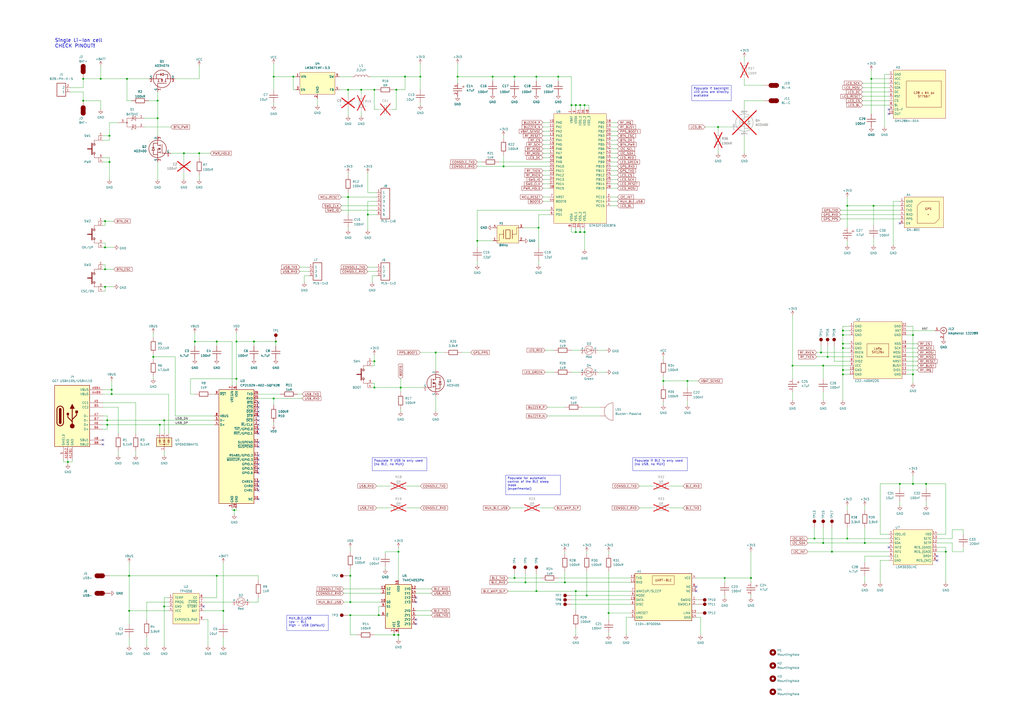
<source format=kicad_sch>
(kicad_sch (version 20250114) (generator "eeschema") (generator_version "9.0")
  (paper "A2")
  (title_block (title "LRNS SPOKE HW rev. 2") (date "2025-04-12") (rev "1") (company "https://github.com/FeruzTopalov"))
  (lib_symbols
    (symbol "+BATT_6" (power) (pin_numbers (hide yes)) (pin_names (offset 0) (hide yes))
      (property "Value" "+BATT" (at 0 3.556 0))
      (symbol "+BATT_6_1_1"
        (pin power_in line (at 0 0 90) (length 0) (name "~") (number "1"))
      )
    )
    (symbol "L_1" (pin_numbers (hide yes)) (pin_names (hide yes))
      (property "Reference" "L" (at 3.81 2.032 0))
      (property "Value" "L" (at 3.81 -2.286 0))
      (symbol "L_1_1_1"
        (pin unspecified line (at 0 0 0) (length 1.27) (name "1") (number "1"))
        (pin unspecified line (at 10.16 0 180) (length 1.27) (name "2") (number "2"))
      )
    )
    (symbol "Mechanical:MountingHole" (pin_names (offset 1.016)) (in_bom no)
      (property "Reference" "H" (at 0 5.08 0))
      (property "Value" "MountingHole" (at 0 3.175 0))
    )
    (symbol "Spoke:74HC4052PW"
      (property "Reference" "U" (at 3.81 3.81 0))
      (property "Value" "74HC4052PW" (at 18.288 3.81 0))
      (symbol "74HC4052PW_1_1"
        (pin unspecified line (at 0 0 0) (length 2.54) (name "1Z") (number "13"))
        (pin unspecified line (at 0 -2.54 0) (length 2.54) (name "2Z") (number "3"))
        (pin unspecified line (at 0 -7.62 0) (length 2.54) (name "S0") (number "10"))
        (pin unspecified line (at 0 -10.16 0) (length 2.54) (name "S1") (number "9"))
        (pin unspecified line (at 0 -15.24 0) (length 2.54) (name "~{E}") (number "6"))
        (pin unspecified line (at 7.62 -25.4 90) (length 2.54) (name "VEE") (number "7"))
        (pin unspecified line (at 10.16 5.08 270) (length 2.54) (name "VDD") (number "16"))
        (pin unspecified line (at 10.16 -25.4 90) (length 2.54) (name "GND") (number "8"))
        (pin unspecified line (at 20.32 0 180) (length 2.54) (name "1Y0") (number "12"))
        (pin unspecified line (at 20.32 -2.54 180) (length 2.54) (name "1Y1") (number "14"))
        (pin unspecified line (at 20.32 -5.08 180) (length 2.54) (name "1Y2") (number "15"))
        (pin unspecified line (at 20.32 -7.62 180) (length 2.54) (name "1Y3") (number "11"))
        (pin unspecified line (at 20.32 -12.7 180) (length 2.54) (name "2Y0") (number "1"))
        (pin unspecified line (at 20.32 -15.24 180) (length 2.54) (name "2Y1") (number "5"))
        (pin unspecified line (at 20.32 -17.78 180) (length 2.54) (name "2Y2") (number "2"))
        (pin unspecified line (at 20.32 -20.32 180) (length 2.54) (name "2Y3") (number "4"))
      )
    )
    (symbol "Spoke:B2B-PH-K-S"
      (property "Reference" "J" (at 4.826 3.81 0))
      (property "Value" "B2B-PH-K-S" (at 5.334 -6.35 0))
      (symbol "B2B-PH-K-S_1_1"
        (pin unspecified line (at 0 0 0) (length 2.54) (name "1") (number "1"))
        (pin unspecified line (at 0 -2.54 0) (length 2.54) (name "2") (number "2"))
      )
    )
    (symbol "Spoke:BAT54C"
      (property "Reference" "D" (at 5.08 5.08 0))
      (property "Value" "BAT54C" (at 7.62 -5.08 0))
      (symbol "BAT54C_1_1"
        (pin passive line (at 0 0 0) (length 5.08) (name "~") (number "3"))
        (pin passive line (at 15.24 2.54 180) (length 3.81) (name "~") (number "1"))
        (pin passive line (at 15.24 -2.54 180) (length 3.81) (name "~") (number "2"))
      )
    )
    (symbol "Spoke:Button-SPST-NO" (pin_names (offset 1.016) (hide yes))
      (property "Reference" "SW" (at -7.366 2.54 0))
      (property "Value" "Button-SPST-NO" (at -11.938 -12.192 0))
      (symbol "Button-SPST-NO_1_1"
        (pin unspecified line (at 0 2.54 180) (length 2.54) (name "1") (number "1"))
        (pin unspecified line (at 0 0 180) (length 2.54) (name "2") (number "2"))
        (pin unspecified line (at 0 -10.16 180) (length 2.54) (name "2") (number "3"))
        (pin unspecified line (at 0 -12.7 180) (length 2.54) (name "2") (number "4"))
      )
    )
    (symbol "Spoke:Buzzer-Passive" (pin_numbers (hide yes)) (pin_names (offset 1.016) (hide yes))
      (property "Reference" "LS" (at 5.08 5.08 0))
      (property "Value" "Buzzer-Passive" (at 5.08 -10.16 0))
      (symbol "Buzzer-Passive_1_1"
        (pin unspecified line (at 0 0 0) (length 3.175) (name "1") (number "1"))
        (pin unspecified line (at 0 -5.08 0) (length 3.175) (name "2") (number "2"))
      )
    )
    (symbol "Spoke:C" (pin_numbers (hide yes)) (pin_names (offset 1.016) (hide yes))
      (property "Reference" "C" (at 2.54 5.08 0))
      (property "Value" "C" (at 2.54 -5.08 0))
      (symbol "C_1_1"
        (pin unspecified line (at 0 0 0) (length 3.175) (name "1") (number "1"))
        (pin unspecified line (at 7.62 0 180) (length 3.175) (name "2") (number "2"))
      )
    )
    (symbol "Spoke:C-Polar" (pin_names (offset 1.016) (hide yes))
      (property "Reference" "C" (at 2.54 5.08 0))
      (property "Value" "C-Polar" (at 5.08 -5.08 0))
      (symbol "C-Polar_1_1"
        (pin unspecified line (at 0 0 0) (length 3.175) (name "1") (number "1"))
        (pin unspecified line (at 7.62 0 180) (length 3.175) (name "2") (number "2"))
      )
    )
    (symbol "Spoke:CP2102N-A02-GQFN28"
      (property "Reference" "U" (at 17.272 4.318 0))
      (property "Value" "CP2102N-A02-GQFN28" (at 22.098 -65.532 0))
      (symbol "CP2102N-A02-GQFN28_1_1"
        (pin unspecified line (at 0 0 0) (length 2.54) (name "~{RST}") (number "9"))
        (pin unspecified line (at 0 -12.7 0) (length 2.54) (name "VBUS") (number "8"))
        (pin unspecified line (at 0 -15.24 0) (length 2.54) (name "D-") (number "5"))
        (pin unspecified line (at 0 -17.78 0) (length 2.54) (name "D+") (number "4"))
        (pin unspecified line (at 10.16 5.08 270) (length 2.54) (name "VREGIN") (number "7"))
        (pin unspecified line (at 10.16 -66.04 90) (length 2.54) (name "GND") (number "3"))
        (pin unspecified line (at 12.7 5.08 270) (length 2.54) (name "VDD") (number "6"))
        (pin unspecified line (at 12.7 -66.04 90) (length 2.54) (name "GND") (number "29"))
        (pin unspecified line (at 25.4 0 180) (length 2.54) (name "TXD") (number "26"))
        (pin unspecified line (at 25.4 -2.54 180) (length 2.54) (name "RXD") (number "25"))
        (pin unspecified line (at 25.4 -5.08 180) (length 2.54) (name "~{RTS}") (number "24"))
        (pin unspecified line (at 25.4 -7.62 180) (length 2.54) (name "~{CTS}") (number "23"))
        (pin unspecified line (at 25.4 -10.16 180) (length 2.54) (name "~{DSR}") (number "27"))
        (pin unspecified line (at 25.4 -12.7 180) (length 2.54) (name "~{DTR}") (number "28"))
        (pin unspecified line (at 25.4 -15.24 180) (length 2.54) (name "~{DCD}") (number "1"))
        (pin unspecified line (at 25.4 -17.78 180) (length 2.54) (name "~{RI}/CLK") (number "2"))
        (pin unspecified line (at 25.4 -20.32 180) (length 2.54) (name "~{TXT}/GPIO.0") (number "19"))
        (pin unspecified line (at 25.4 -22.86 180) (length 2.54) (name "~{RXT}/GPIO.1") (number "18"))
        (pin unspecified line (at 25.4 -27.94 180) (length 2.54) (name "SUSPEND") (number "12"))
        (pin unspecified line (at 25.4 -30.48 180) (length 2.54) (name "~{SUSPEND}") (number "11"))
        (pin unspecified line (at 25.4 -35.56 180) (length 2.54) (name "RS485/GPIO.2") (number "17"))
        (pin unspecified line (at 25.4 -38.1 180) (length 2.54) (name "~{WAKEUP}/GPIO.3") (number "16"))
        (pin unspecified line (at 25.4 -40.64 180) (length 2.54) (name "GPIO.4") (number "22"))
        (pin unspecified line (at 25.4 -43.18 180) (length 2.54) (name "GPIO.5") (number "21"))
        (pin unspecified line (at 25.4 -45.72 180) (length 2.54) (name "GPIO.6") (number "20"))
        (pin unspecified line (at 25.4 -50.8 180) (length 2.54) (name "CHREN") (number "13"))
        (pin unspecified line (at 25.4 -53.34 180) (length 2.54) (name "CHR0") (number "15"))
        (pin unspecified line (at 25.4 -55.88 180) (length 2.54) (name "CHR1") (number "14"))
        (pin unspecified line (at 25.4 -60.96 180) (length 2.54) (name "NC") (number "10"))
      )
    )
    (symbol "Spoke:E104-BT5005A"
      (property "Reference" "A" (at 1.524 1.778 0))
      (property "Value" "E104-BT5005A" (at 7.366 -28.956 0))
      (symbol "E104-BT5005A_1_1"
        (text "UART-BLE" (at 16.51 -3.81 0) (effects (font (size 1.27 1.27))))
        (pin unspecified line (at -2.54 -2.54 0) (length 2.54) (name "TXD") (number "12"))
        (pin unspecified line (at -2.54 -5.08 0) (length 2.54) (name "RXD") (number "11"))
        (pin unspecified line (at -2.54 -10.16 0) (length 2.54) (name "WAKEUP/SLEEP") (number "7"))
        (pin unspecified line (at -2.54 -12.7 0) (length 2.54) (name "MODE") (number "9"))
        (pin unspecified line (at -2.54 -15.24 0) (length 2.54) (name "DATA") (number "15"))
        (pin unspecified line (at -2.54 -17.78 0) (length 2.54) (name "DISC") (number "6"))
        (pin unspecified line (at -2.54 -22.86 0) (length 2.54) (name "nRESET") (number "3"))
        (pin unspecified line (at -2.54 -25.4 0) (length 2.54) (name "GND") (number "5"))
        (pin unspecified line (at 35.56 -2.54 180) (length 2.54) (name "VCC") (number "4"))
        (pin unspecified line (at 35.56 -7.62 180) (length 2.54) (name "NC") (number "8"))
        (pin unspecified line (at 35.56 -10.16 180) (length 2.54) (name "NC") (number "10"))
        (pin unspecified line (at 35.56 -15.24 180) (length 2.54) (name "SWDIO") (number "1"))
        (pin unspecified line (at 35.56 -17.78 180) (length 2.54) (name "SWDCLK") (number "2"))
        (pin unspecified line (at 35.56 -22.86 180) (length 2.54) (name "LINK") (number "13"))
        (pin unspecified line (at 35.56 -25.4 180) (length 2.54) (name "GND") (number "14"))
      )
    )
    (symbol "Spoke:E22-400M22S"
      (property "Reference" "A" (at 3.81 3.81 0))
      (property "Value" "E22-400M22S" (at 10.16 -31.75 0))
      (symbol "E22-400M22S_1_1"
        (text "LoRa\nSX126x" (at 16.51 -13.97 0) (effects (font (size 1.27 1.27))))
        (pin unspecified line (at 0 0 0) (length 2.54) (name "GND") (number "1"))
        (pin unspecified line (at 0 -2.54 0) (length 2.54) (name "GND") (number "2"))
        (pin unspecified line (at 0 -5.08 0) (length 2.54) (name "GND") (number "3"))
        (pin unspecified line (at 0 -10.16 0) (length 2.54) (name "GND") (number "4"))
        (pin unspecified line (at 0 -12.7 0) (length 2.54) (name "GND") (number "5"))
        (pin unspecified line (at 0 -15.24 0) (length 2.54) (name "RXEN") (number "6"))
        (pin unspecified line (at 0 -17.78 0) (length 2.54) (name "TXEN") (number "7"))
        (pin unspecified line (at 0 -20.32 0) (length 2.54) (name "DIO2") (number "8"))
        (pin unspecified line (at 0 -22.86 0) (length 2.54) (name "VCC") (number "9"))
        (pin unspecified line (at 0 -25.4 0) (length 2.54) (name "GND") (number "10"))
        (pin unspecified line (at 0 -27.94 0) (length 2.54) (name "GND") (number "11"))
        (pin unspecified line (at 33.02 0 180) (length 2.54) (name "GND") (number "22"))
        (pin unspecified line (at 33.02 -2.54 180) (length 2.54) (name "ANT") (number "21"))
        (pin unspecified line (at 33.02 -5.08 180) (length 2.54) (name "GND") (number "20"))
        (pin unspecified line (at 33.02 -10.16 180) (length 2.54) (name "NSS") (number "19"))
        (pin unspecified line (at 33.02 -12.7 180) (length 2.54) (name "SCK") (number "18"))
        (pin unspecified line (at 33.02 -15.24 180) (length 2.54) (name "MOSI") (number "17"))
        (pin unspecified line (at 33.02 -17.78 180) (length 2.54) (name "MISO") (number "16"))
        (pin unspecified line (at 33.02 -20.32 180) (length 2.54) (name "NRST") (number "15"))
        (pin unspecified line (at 33.02 -22.86 180) (length 2.54) (name "BUSY") (number "14"))
        (pin unspecified line (at 33.02 -25.4 180) (length 2.54) (name "DIO1") (number "13"))
        (pin unspecified line (at 33.02 -27.94 180) (length 2.54) (name "GND") (number "12"))
      )
    )
    (symbol "Spoke:GM12864-01A"
      (property "Reference" "A" (at 4.064 4.064 0))
      (property "Value" "GM12864-01A" (at 9.906 -27.686 0))
      (symbol "GM12864-01A_1_1"
        (text "128 x 64 px\nST7567" (at 20.32 -11.684 0) (effects (font (size 1.27 1.27))))
        (pin unspecified line (at 0 0 0) (length 2.54) (name "GND") (number "1"))
        (pin unspecified line (at 0 -2.54 0) (length 2.54) (name "VCC") (number "2"))
        (pin unspecified line (at 0 -5.08 0) (length 2.54) (name "SCL") (number "3"))
        (pin unspecified line (at 0 -7.62 0) (length 2.54) (name "SDA") (number "4"))
        (pin unspecified line (at 0 -10.16 0) (length 2.54) (name "DC") (number "5"))
        (pin unspecified line (at 0 -12.7 0) (length 2.54) (name "RST") (number "6"))
        (pin unspecified line (at 0 -15.24 0) (length 2.54) (name "CS") (number "7"))
        (pin unspecified line (at 0 -17.78 0) (length 2.54) (name "BL") (number "8"))
        (pin unspecified line (at 0 -20.32 0) (length 2.54) (name "CS-F") (number "9"))
        (pin unspecified line (at 0 -22.86 0) (length 2.54) (name "OUT") (number "10"))
      )
    )
    (symbol "Spoke:GN-801" (pin_names (offset 1.016))
      (property "Reference" "A" (at 5.08 5.08 0))
      (property "Value" "GN-801" (at 12.7 -17.78 0))
      (symbol "GN-801_1_1"
        (text "GPS" (at 16.51 -4.318 0) (effects (font (size 1.27 1.27))))
        (pin unspecified line (at 0 0 0) (length 2.54) (name "GND") (number "1"))
        (pin unspecified line (at 0 -2.54 0) (length 2.54) (name "VCC") (number "2"))
        (pin unspecified line (at 0 -5.08 0) (length 2.54) (name "TXD") (number "3"))
        (pin unspecified line (at 0 -7.62 0) (length 2.54) (name "RXD") (number "4"))
        (pin unspecified line (at 0 -10.16 0) (length 2.54) (name "PPS") (number "5"))
        (pin unspecified line (at 0 -12.7 0) (length 2.54) (name "EN") (number "6"))
      )
    )
    (symbol "Spoke:LED" (pin_names (offset 0))
      (property "Reference" "D" (at 3.81 3.81 0))
      (property "Value" "LED" (at 6.35 -3.81 0))
      (symbol "LED_1_1"
        (pin unspecified line (at 0 0 0) (length 2.54) (name "K") (number "1"))
        (pin unspecified line (at 10.16 0 180) (length 2.54) (name "A") (number "2"))
      )
    )
    (symbol "Spoke:LM3671MF-3.3"
      (property "Reference" "U" (at 3.048 3.556 0))
      (property "Value" "LM3671MF-3.3" (at 20.574 -11.684 0))
      (symbol "LM3671MF-3.3_1_1"
        (pin unspecified line (at 0 0 0) (length 2.54) (name "VIN") (number "1"))
        (pin unspecified line (at 0 -7.62 0) (length 2.54) (name "EN") (number "3"))
        (pin unspecified line (at 12.7 -12.7 90) (length 2.54) (name "GND") (number "2"))
        (pin unspecified line (at 25.4 0 180) (length 2.54) (name "SW") (number "5"))
        (pin unspecified line (at 25.4 -7.62 180) (length 2.54) (name "FB") (number "4"))
      )
    )
    (symbol "Spoke:LSM303DLHC"
      (property "Reference" "U" (at 5.08 3.81 0))
      (property "Value" "LSM303DLHC" (at 10.16 -19.05 0))
      (symbol "LSM303DLHC_1_1"
        (pin unspecified line (at 0 0 0) (length 2.54) (name "VDD_IO") (number "1"))
        (pin unspecified line (at 0 -2.54 0) (length 2.54) (name "SCL") (number "2"))
        (pin unspecified line (at 0 -5.08 0) (length 2.54) (name "SDA") (number "3"))
        (pin unspecified line (at 0 -7.62 0) (length 2.54) (name "INT2") (number "4"))
        (pin unspecified line (at 0 -10.16 0) (length 2.54) (name "INT1") (number "5"))
        (pin unspecified line (at 0 -12.7 0) (length 2.54) (name "C1") (number "6"))
        (pin unspecified line (at 0 -15.24 0) (length 2.54) (name "GND") (number "7"))
        (pin unspecified line (at 27.94 0 180) (length 2.54) (name "VDD") (number "14"))
        (pin unspecified line (at 27.94 -2.54 180) (length 2.54) (name "SETC") (number "13"))
        (pin unspecified line (at 27.94 -5.08 180) (length 2.54) (name "SETP") (number "12"))
        (pin unspecified line (at 27.94 -7.62 180) (length 2.54) (name "RES_(GND)") (number "11"))
        (pin unspecified line (at 27.94 -10.16 180) (length 2.54) (name "RES_(GND)") (number "10"))
        (pin unspecified line (at 27.94 -12.7 180) (length 2.54) (name "DRDY") (number "9"))
        (pin unspecified line (at 27.94 -15.24 180) (length 2.54) (name "RES_(NC)") (number "8"))
      )
    )
    (symbol "Spoke:NMOS" (pin_names (offset 0))
      (property "Reference" "Q" (at 15.24 5.08 0))
      (property "Value" "NMOS" (at 17.78 0 0))
      (symbol "NMOS_1_1"
        (pin unspecified line (at 0 0 0) (length 3.048) (name "G") (number "1"))
        (pin unspecified line (at 7.62 10.16 270) (length 2.54) (name "D") (number "3"))
        (pin unspecified line (at 7.62 -5.08 90) (length 2.54) (name "S") (number "2"))
      )
    )
    (symbol "Spoke:PLS-1x3" (pin_names (offset 1.016))
      (property "Reference" "J" (at 5.08 5.08 0))
      (property "Value" "PLS-1x3" (at 7.62 -10.16 0))
      (symbol "PLS-1x3_1_1"
        (pin unspecified line (at 0 0 0) (length 2.54) (name "1") (number "1"))
        (pin unspecified line (at 0 -2.54 0) (length 2.54) (name "2") (number "2"))
        (pin unspecified line (at 0 -5.08 0) (length 2.54) (name "3") (number "3"))
      )
    )
    (symbol "Spoke:PLS-1x6" (pin_names (offset 1.016))
      (property "Reference" "J" (at 5.08 5.08 0))
      (property "Value" "PLS-1x6" (at 7.62 -17.78 0))
      (symbol "PLS-1x6_1_1"
        (pin unspecified line (at 0 0 0) (length 2.54) (name "1") (number "1"))
        (pin unspecified line (at 0 -2.54 0) (length 2.54) (name "2") (number "2"))
        (pin unspecified line (at 0 -5.08 0) (length 2.54) (name "3") (number "3"))
        (pin unspecified line (at 0 -7.62 0) (length 2.54) (name "4") (number "4"))
        (pin unspecified line (at 0 -10.16 0) (length 2.54) (name "5") (number "5"))
        (pin unspecified line (at 0 -12.7 0) (length 2.54) (name "6") (number "6"))
      )
    )
    (symbol "Spoke:PMOS" (pin_names (offset 0))
      (property "Reference" "Q" (at 15.24 5.08 0))
      (property "Value" "PMOS" (at 17.78 0 0))
      (symbol "PMOS_1_1"
        (pin unspecified line (at 0 0 0) (length 3.048) (name "G") (number "1"))
        (pin unspecified line (at 7.62 10.16 270) (length 2.54) (name "D") (number "3"))
        (pin unspecified line (at 7.62 -5.08 90) (length 2.54) (name "S") (number "2"))
      )
    )
    (symbol "Spoke:Pad-Oval" (pin_numbers (hide yes)) (pin_names (offset 1.016) (hide yes))
      (property "Reference" "J" (at 5.08 2.54 0))
      (symbol "Pad-Oval_1_1"
        (pin unspecified line (at 0 0 0) (length 2.794) (name "1") (number "1"))
      )
    )
    (symbol "Spoke:Pad-Round" (pin_numbers (hide yes)) (pin_names (offset 1.016) (hide yes))
      (property "Reference" "TP" (at 3.556 2.032 0))
      (symbol "Pad-Round_1_1"
        (pin unspecified line (at 0 0 0) (length 2.794) (name "1") (number "1"))
      )
    )
    (symbol "Spoke:R" (pin_numbers (hide yes)) (pin_names (offset 1.016) (hide yes))
      (property "Reference" "R" (at 5.08 2.54 0))
      (property "Value" "R" (at 5.08 -2.54 0))
      (symbol "R_1_1"
        (pin unspecified line (at 0 0 0) (length 2.54) (name "1") (number "1"))
        (pin unspecified line (at 10.16 0 180) (length 2.54) (name "2") (number "2"))
      )
    )
    (symbol "Spoke:SMA-Connector" (pin_names (hide yes))
      (property "Reference" "J" (at 5.08 3.048 0))
      (property "Value" "SMA-Connector" (at 13.716 -3.048 0))
      (symbol "SMA-Connector_1_1"
        (pin unspecified line (at 0 0 0) (length 2.54) (name "RF") (number "1"))
        (pin passive line (at 5.08 -5.08 90) (length 2.54) (name "GND") (number "2"))
      )
    )
    (symbol "Spoke:SP0503BAHTG" (pin_names (hide yes))
      (property "Reference" "U" (at 7.874 -3.302 0))
      (property "Value" "SP0503BAHTG" (at 13.97 -5.08 0))
      (symbol "SP0503BAHTG_0_0"
        (pin unspecified line (at 2.54 -10.16 90) (length 2.54) (name "A") (number "1"))
      )
      (symbol "SP0503BAHTG_1_1"
        (pin unspecified line (at 0 0 270) (length 2.54) (name "K") (number "2"))
        (pin unspecified line (at 2.54 0 270) (length 2.54) (name "K") (number "3"))
        (pin unspecified line (at 5.08 0 270) (length 2.54) (name "K") (number "4"))
      )
    )
    (symbol "Spoke:STM32F103C8T6" (pin_names (offset 1.016))
      (property "Reference" "U" (at 5.08 10.16 0))
      (property "Value" "STM32F103C8T6" (at 30.48 -60.96 0))
      (symbol "STM32F103C8T6_1_1"
        (pin unspecified line (at 0 0 0) (length 2.54) (name "PA0") (number "10"))
        (pin unspecified line (at 0 -2.54 0) (length 2.54) (name "PA1") (number "11"))
        (pin unspecified line (at 0 -5.08 0) (length 2.54) (name "PA2") (number "12"))
        (pin unspecified line (at 0 -7.62 0) (length 2.54) (name "PA3") (number "13"))
        (pin unspecified line (at 0 -10.16 0) (length 2.54) (name "PA4") (number "14"))
        (pin unspecified line (at 0 -12.7 0) (length 2.54) (name "PA5") (number "15"))
        (pin unspecified line (at 0 -15.24 0) (length 2.54) (name "PA6") (number "16"))
        (pin unspecified line (at 0 -17.78 0) (length 2.54) (name "PA7") (number "17"))
        (pin unspecified line (at 0 -20.32 0) (length 2.54) (name "PA8") (number "29"))
        (pin unspecified line (at 0 -22.86 0) (length 2.54) (name "PA9") (number "30"))
        (pin unspecified line (at 0 -25.4 0) (length 2.54) (name "PA10") (number "31"))
        (pin unspecified line (at 0 -27.94 0) (length 2.54) (name "PA11") (number "32"))
        (pin unspecified line (at 0 -30.48 0) (length 2.54) (name "PA12") (number "33"))
        (pin unspecified line (at 0 -33.02 0) (length 2.54) (name "PA13") (number "34"))
        (pin unspecified line (at 0 -35.56 0) (length 2.54) (name "PA14") (number "37"))
        (pin unspecified line (at 0 -38.1 0) (length 2.54) (name "PA15") (number "38"))
        (pin unspecified line (at 0 -43.18 0) (length 2.54) (name "NRST") (number "7"))
        (pin unspecified line (at 0 -45.72 0) (length 2.54) (name "BOOT0") (number "44"))
        (pin unspecified line (at 0 -50.8 0) (length 2.54) (name "PD0") (number "5"))
        (pin unspecified line (at 0 -53.34 0) (length 2.54) (name "PD1") (number "6"))
        (pin unspecified line (at 12.7 7.62 270) (length 2.54) (name "VBAT") (number "1"))
        (pin unspecified line (at 12.7 -60.96 90) (length 2.54) (name "VSSA") (number "8"))
        (pin unspecified line (at 15.24 7.62 270) (length 2.54) (name "VDDA") (number "9"))
        (pin unspecified line (at 15.24 -60.96 90) (length 2.54) (name "VSS_1") (number "23"))
        (pin unspecified line (at 17.78 7.62 270) (length 2.54) (name "VDD_1") (number "24"))
        (pin unspecified line (at 17.78 -60.96 90) (length 2.54) (name "VSS_2") (number "35"))
        (pin unspecified line (at 20.32 7.62 270) (length 2.54) (name "VDD_2") (number "36"))
        (pin unspecified line (at 20.32 -60.96 90) (length 2.54) (name "VSS_3") (number "47"))
        (pin unspecified line (at 22.86 7.62 270) (length 2.54) (name "VDD_3") (number "48"))
        (pin unspecified line (at 35.56 0 180) (length 2.54) (name "PB0") (number "18"))
        (pin unspecified line (at 35.56 -2.54 180) (length 2.54) (name "PB1") (number "19"))
        (pin unspecified line (at 35.56 -5.08 180) (length 2.54) (name "PB2") (number "20"))
        (pin unspecified line (at 35.56 -7.62 180) (length 2.54) (name "PB3") (number "39"))
        (pin unspecified line (at 35.56 -10.16 180) (length 2.54) (name "PB4") (number "40"))
        (pin unspecified line (at 35.56 -12.7 180) (length 2.54) (name "PB5") (number "41"))
        (pin unspecified line (at 35.56 -15.24 180) (length 2.54) (name "PB6") (number "42"))
        (pin unspecified line (at 35.56 -17.78 180) (length 2.54) (name "PB7") (number "43"))
        (pin unspecified line (at 35.56 -20.32 180) (length 2.54) (name "PB8") (number "45"))
        (pin unspecified line (at 35.56 -22.86 180) (length 2.54) (name "PB9") (number "46"))
        (pin unspecified line (at 35.56 -25.4 180) (length 2.54) (name "PB10") (number "21"))
        (pin unspecified line (at 35.56 -27.94 180) (length 2.54) (name "PB11") (number "22"))
        (pin unspecified line (at 35.56 -30.48 180) (length 2.54) (name "PB12") (number "25"))
        (pin unspecified line (at 35.56 -33.02 180) (length 2.54) (name "PB13") (number "26"))
        (pin unspecified line (at 35.56 -35.56 180) (length 2.54) (name "PB14") (number "27"))
        (pin unspecified line (at 35.56 -38.1 180) (length 2.54) (name "PB15") (number "28"))
        (pin unspecified line (at 35.56 -43.18 180) (length 2.54) (name "PC13") (number "2"))
        (pin unspecified line (at 35.56 -45.72 180) (length 2.54) (name "PC14") (number "3"))
        (pin unspecified line (at 35.56 -48.26 180) (length 2.54) (name "PC15") (number "4"))
      )
    )
    (symbol "Spoke:TP4056" (pin_names (offset 1.016))
      (property "Reference" "U" (at 5.08 5.08 0))
      (property "Value" "TP4056" (at 10.16 -17.78 0))
      (symbol "TP4056_1_1"
        (pin unspecified line (at 0 0 0) (length 2.54) (name "TEMP") (number "1"))
        (pin unspecified line (at 0 -2.54 0) (length 2.54) (name "PROG") (number "2"))
        (pin unspecified line (at 0 -5.08 0) (length 2.54) (name "GND") (number "3"))
        (pin unspecified line (at 0 -7.62 0) (length 2.54) (name "VCC") (number "4"))
        (pin unspecified line (at 20.32 0 180) (length 2.54) (name "CE") (number "8"))
        (pin unspecified line (at 20.32 -2.54 180) (length 2.54) (name "~{CHRG}") (number "7"))
        (pin unspecified line (at 20.32 -5.08 180) (length 2.54) (name "~{STDBY}") (number "6"))
        (pin unspecified line (at 20.32 -7.62 180) (length 2.54) (name "BAT") (number "5"))
        (pin unspecified line (at 20.32 -12.7 180) (length 2.54) (name "EXPOSED_PAD") (number "9"))
      )
    )
    (symbol "Spoke:USB-TypeC-16pin"
      (property "Reference" "J" (at -18.034 6.35 0))
      (property "Value" "USB-TypeC-16pin" (at -17.526 4.064 0))
      (symbol "USB-TypeC-16pin_1_1"
        (pin passive line (at -22.86 -40.64 90) (length 7.62) (name "SHIELD") (number "S"))
        (pin passive line (at -20.32 -40.64 90) (length 7.62) (name "GND") (number "A1B12"))
        (pin passive line (at -17.78 -40.64 90) (length 7.62) (name "GND") (number "A12B1"))
        (pin passive line (at 0 0 180) (length 7.62) (name "VBUS") (number "A9B4"))
        (pin passive line (at 0 -2.54 180) (length 7.62) (name "VBUS") (number "A4B9"))
        (pin bidirectional line (at 0 -7.62 180) (length 7.62) (name "CC1") (number "A5"))
        (pin bidirectional line (at 0 -10.16 180) (length 7.62) (name "CC2") (number "B5"))
        (pin unspecified line (at 0 -15.24 180) (length 7.62) (name "D-") (number "A7"))
        (pin bidirectional line (at 0 -17.78 180) (length 7.62) (name "D-") (number "B7"))
        (pin bidirectional line (at 0 -20.32 180) (length 7.62) (name "D+") (number "A6"))
        (pin bidirectional line (at 0 -22.86 180) (length 7.62) (name "D+") (number "B6"))
        (pin bidirectional line (at 0 -29.21 180) (length 7.62) (name "SBU1") (number "A8"))
        (pin bidirectional line (at 0 -31.75 180) (length 7.62) (name "SBU2") (number "B8"))
      )
    )
    (symbol "Spoke:Xtal-4pin" (pin_names (offset 1.016) (hide yes))
      (property "Reference" "X" (at 8.636 9.906 0))
      (property "Value" "Xtal-4pin" (at 9.144 -3.048 0))
      (symbol "Xtal-4pin_1_1"
        (pin unspecified line (at 0 7.62 0) (length 2.54) (name "4") (number "4"))
        (pin unspecified line (at 0 0 0) (length 2.54) (name "1") (number "1"))
        (pin unspecified line (at 17.78 7.62 180) (length 2.54) (name "3") (number "3"))
        (pin unspecified line (at 17.78 0 180) (length 2.54) (name "2") (number "2"))
      )
    )
    (symbol "power:+3V3" (power) (pin_numbers (hide yes)) (pin_names (offset 0) (hide yes))
      (property "Value" "+3V3" (at 0 3.556 0))
      (symbol "+3V3_1_1"
        (pin power_in line (at 0 0 90) (length 0) (name "~") (number "1"))
      )
    )
    (symbol "power:GND" (power) (pin_numbers (hide yes)) (pin_names (offset 0) (hide yes))
      (property "Value" "GND" (at 0 -3.81 0))
      (symbol "GND_1_1"
        (pin power_in line (at 0 0 270) (length 0) (name "~") (number "1"))
      )
    )
    (symbol "power:VBUS" (power) (pin_numbers (hide yes)) (pin_names (offset 0) (hide yes))
      (property "Value" "VBUS" (at 0 3.556 0))
      (symbol "VBUS_1_1"
        (pin power_in line (at 0 0 90) (length 0) (name "~") (number "1"))
      )
    )
    (symbol "power:VCC" (power) (pin_numbers (hide yes)) (pin_names (offset 0) (hide yes))
      (property "Value" "VCC" (at 0 3.556 0))
      (symbol "VCC_1_1"
        (pin power_in line (at 0 0 90) (length 0) (name "~") (number "1"))
      )
    )
    (symbol "power:VDD" (power) (pin_numbers (hide yes)) (pin_names (offset 0) (hide yes))
      (property "Value" "VDD" (at 0 3.556 0))
      (symbol "VDD_1_1"
        (pin power_in line (at 0 0 90) (length 0) (name "~") (number "1"))
      )
    )
  )
  (text "Single Li-Ion cell\nCHECK PINOUT!" (at 31.75 27.94 0) (effects (font (size 2 2) (thickness 0.254) (bold yes)) (justify left bottom)))
  (text_box "Populate if BLE is only used\n(no USB, no MUX)" (at 367.03 265.43 0) (size 31.75 7.62) (margins 0.9525 0.9525 0.9525 0.9525) (effects (font (size 1.27 1.27)) (justify left top)))
  (text_box "MUX_BLE_USB\nLow - BLE\nHigh - USB (default)" (at 166.37 356.87 0) (size 24.13 8.89) (margins 0.9525 0.9525 0.9525 0.9525) (effects (font (size 1.27 1.27)) (justify left top)))
  (text_box "Populate if USB is only used\n(no BLE, no MUX)" (at 215.9 265.43 0) (size 31.75 7.62) (margins 0.9525 0.9525 0.9525 0.9525) (effects (font (size 1.27 1.27)) (justify left top)))
  (text_box "Populate if backlight LED pins are directly available" (at 401.32 49.53 0) (size 22.86 8.89) (margins 0.9525 0.9525 0.9525 0.9525) (effects (font (size 1.27 1.27)) (justify left top)))
  (text_box "Populate for automatic control of the BLE sleep mode\n(experimental)" (at 293.37 275.59 0) (size 31.75 11.43) (margins 0.9525 0.9525 0.9525 0.9525) (effects (font (size 1.27 1.27)) (justify left top)))
  (junction (at 311.15 342.9))
  (junction (at 339.09 60.96))
  (junction (at 63.5 78.74))
  (junction (at 95.25 351.79))
  (junction (at 62.23 246.38))
  (junction (at 60.96 156.21))
  (junction (at 491.49 312.42))
  (junction (at 203.2 356.87))
  (junction (at 125.73 198.12))
  (junction (at 39.37 267.97))
  (junction (at 336.55 134.62))
  (junction (at 336.55 60.96))
  (junction (at 298.45 335.28))
  (junction (at 209.55 52.07))
  (junction (at 213.36 124.46))
  (junction (at 506.73 119.38))
  (junction (at 73.66 45.72))
  (junction (at 229.87 52.07))
  (junction (at 113.03 198.12))
  (junction (at 529.59 194.31))
  (junction (at 265.43 44.45))
  (junction (at 459.74 212.09))
  (junction (at 435.61 335.28))
  (junction (at 232.41 224.79))
  (junction (at 228.6 368.3))
  (junction (at 292.1 96.52))
  (junction (at 64.77 226.06))
  (junction (at 217.17 224.79))
  (junction (at 480.06 207.01))
  (junction (at 491.49 119.38))
  (junction (at 416.56 73.66))
  (junction (at 505.46 45.72))
  (junction (at 252.73 204.47))
  (junction (at 129.54 354.33))
  (junction (at 311.15 44.45))
  (junction (at 219.71 356.87))
  (junction (at 334.01 342.9))
  (junction (at 234.95 44.45))
  (junction (at 74.93 334.01))
  (junction (at 548.64 320.04))
  (junction (at 340.36 345.44))
  (junction (at 217.17 209.55))
  (junction (at 64.77 228.6))
  (junction (at 327.66 337.82))
  (junction (at 298.45 44.45))
  (junction (at 203.2 334.01))
  (junction (at 91.44 58.42))
  (junction (at 158.75 44.45))
  (junction (at 285.75 44.45))
  (junction (at 231.14 320.04))
  (junction (at 477.52 314.96))
  (junction (at 91.44 68.58))
  (junction (at 482.6 320.04))
  (junction (at 95.25 243.84))
  (junction (at 331.47 60.96))
  (junction (at 529.59 280.67))
  (junction (at 472.44 312.42))
  (junction (at 312.42 132.08))
  (junction (at 60.96 143.51))
  (junction (at 488.95 194.31))
  (junction (at 48.26 58.42))
  (junction (at 135.89 295.91))
  (junction (at 231.14 368.3))
  (junction (at 137.16 198.12))
  (junction (at 74.93 354.33))
  (junction (at 63.5 93.98))
  (junction (at 62.23 243.84))
  (junction (at 203.2 349.25))
  (junction (at 147.32 198.12))
  (junction (at 339.09 134.62))
  (junction (at 170.18 44.45))
  (junction (at 529.59 217.17))
  (junction (at 217.17 52.07))
  (junction (at 137.16 219.71))
  (junction (at 160.02 198.12))
  (junction (at 420.37 335.28))
  (junction (at 398.78 220.98))
  (junction (at 477.52 212.09))
  (junction (at 488.95 199.39))
  (junction (at 60.96 128.27))
  (junction (at 304.8 337.82))
  (junction (at 323.85 44.45))
  (junction (at 60.96 166.37))
  (junction (at 334.01 134.62))
  (junction (at 476.25 204.47))
  (junction (at 537.21 280.67))
  (junction (at 521.97 280.67))
  (junction (at 201.93 52.07))
  (junction (at 488.95 191.77))
  (junction (at 488.95 201.93))
  (junction (at 334.01 60.96))
  (junction (at 58.42 45.72))
  (junction (at 48.26 45.72))
  (junction (at 501.65 314.96))
  (junction (at 106.68 88.9))
  (junction (at 488.95 214.63))
  (junction (at 115.57 88.9))
  (junction (at 488.95 217.17))
  (junction (at 353.06 355.6))
  (junction (at 276.86 139.7))
  (junction (at 158.75 231.14))
  (junction (at 243.84 44.45))
  (junction (at 88.9 207.01))
  (junction (at 201.93 114.3))
  (junction (at 384.81 220.98))
  (junction (at 125.73 334.01))
  (junction (at 92.71 246.38))
  (no_connect (at 149.86 289.56))
  (no_connect (at 149.86 266.7))
  (no_connect (at 515.62 66.04))
  (no_connect (at 149.86 256.54))
  (no_connect (at 149.86 284.48))
  (no_connect (at 241.3 349.25))
  (no_connect (at 149.86 259.08))
  (no_connect (at 543.56 322.58))
  (no_connect (at 149.86 248.92))
  (no_connect (at 149.86 271.78))
  (no_connect (at 149.86 233.68))
  (no_connect (at 59.69 255.27))
  (no_connect (at 241.3 361.95))
  (no_connect (at 149.86 241.3))
  (no_connect (at 515.62 317.5))
  (no_connect (at 403.86 342.9))
  (no_connect (at 149.86 279.4))
  (no_connect (at 543.56 325.12))
  (no_connect (at 118.11 351.79))
  (no_connect (at 149.86 269.24))
  (no_connect (at 59.69 257.81))
  (no_connect (at 149.86 246.38))
  (no_connect (at 403.86 340.36))
  (no_connect (at 149.86 251.46))
  (no_connect (at 149.86 274.32))
  (no_connect (at 149.86 243.84))
  (no_connect (at 515.62 63.5))
  (no_connect (at 149.86 281.94))
  (no_connect (at 149.86 236.22))
  (no_connect (at 521.97 129.54))
  (no_connect (at 149.86 238.76))
  (no_connect (at 149.86 264.16))
  (no_connect (at 241.3 359.41))
  (no_connect (at 241.3 346.71))
  (wire (pts (xy 543.56 314.96) (xy 552.45 314.96)))
  (wire (pts (xy 59.69 130.81) (xy 60.96 130.81)))
  (wire (pts (xy 120.65 359.41) (xy 118.11 359.41)))
  (wire (pts (xy 243.84 36.83) (xy 243.84 44.45)))
  (wire (pts (xy 529.59 189.23) (xy 529.59 194.31)))
  (wire (pts (xy 491.49 119.38) (xy 506.73 119.38)))
  (wire (pts (xy 552.45 312.42) (xy 552.45 307.34)))
  (wire (pts (xy 99.06 88.9) (xy 106.68 88.9)))
  (wire (pts (xy 403.86 358.14) (xy 406.4 358.14)))
  (wire (pts (xy 213.36 154.94) (xy 218.44 154.94)))
  (wire (pts (xy 63.5 71.12) (xy 63.5 78.74)))
  (wire (pts (xy 215.9 212.09) (xy 217.17 212.09)))
  (wire (pts (xy 120.65 374.65) (xy 120.65 359.41)))
  (wire (pts (xy 118.11 349.25) (xy 134.62 349.25)))
  (wire (pts (xy 431.8 58.42) (xy 431.8 63.5)))
  (wire (pts (xy 334.01 60.96) (xy 334.01 63.5)))
  (wire (pts (xy 219.71 351.79) (xy 219.71 356.87)))
  (wire (pts (xy 354.33 99.06) (xy 358.14 99.06)))
  (wire (pts (xy 314.96 91.44) (xy 318.77 91.44)))
  (wire (pts (xy 203.2 356.87) (xy 203.2 368.3)))
  (wire (pts (xy 234.95 44.45) (xy 234.95 52.07)))
  (wire (pts (xy 431.8 49.53) (xy 443.23 49.53)))
  (wire (pts (xy 134.62 295.91) (xy 135.89 295.91)))
  (wire (pts (xy 201.93 132.08) (xy 201.93 133.35)))
  (wire (pts (xy 488.95 199.39) (xy 488.95 201.93)))
  (wire (pts (xy 199.39 344.17) (xy 220.98 344.17)))
  (wire (pts (xy 314.96 99.06) (xy 318.77 99.06)))
  (wire (pts (xy 172.72 228.6) (xy 175.26 228.6)))
  (wire (pts (xy 398.78 232.41) (xy 398.78 234.95)))
  (wire (pts (xy 95.25 374.65) (xy 95.25 351.79)))
  (wire (pts (xy 218.44 52.07) (xy 217.17 52.07)))
  (wire (pts (xy 558.8 320.04) (xy 558.8 317.5)))
  (wire (pts (xy 525.78 209.55) (xy 532.13 209.55)))
  (wire (pts (xy 276.86 96.52) (xy 292.1 96.52)))
  (wire (pts (xy 488.95 217.17) (xy 492.76 217.17)))
  (wire (pts (xy 353.06 321.31) (xy 353.06 320.04)))
  (wire (pts (xy 160.02 198.12) (xy 160.02 200.66)))
  (wire (pts (xy 336.55 60.96) (xy 336.55 63.5)))
  (wire (pts (xy 480.06 207.01) (xy 492.76 207.01)))
  (wire (pts (xy 334.01 342.9) (xy 334.01 354.33)))
  (wire (pts (xy 241.3 354.33) (xy 250.19 354.33)))
  (wire (pts (xy 316.23 215.9) (xy 321.31 215.9)))
  (wire (pts (xy 228.6 52.07) (xy 229.87 52.07)))
  (wire (pts (xy 488.95 194.31) (xy 492.76 194.31)))
  (wire (pts (xy 405.13 347.98) (xy 403.86 347.98)))
  (wire (pts (xy 354.33 88.9) (xy 358.14 88.9)))
  (wire (pts (xy 468.63 314.96) (xy 477.52 314.96)))
  (wire (pts (xy 209.55 67.31) (xy 209.55 64.77)))
  (wire (pts (xy 334.01 364.49) (xy 334.01 368.3)))
  (wire (pts (xy 488.95 191.77) (xy 488.95 194.31)))
  (wire (pts (xy 74.93 334.01) (xy 74.93 354.33)))
  (wire (pts (xy 488.95 201.93) (xy 488.95 214.63)))
  (wire (pts (xy 241.3 341.63) (xy 250.19 341.63)))
  (wire (pts (xy 134.62 198.12) (xy 134.62 223.52)))
  (wire (pts (xy 113.03 198.12) (xy 125.73 198.12)))
  (wire (pts (xy 331.47 345.44) (xy 340.36 345.44)))
  (wire (pts (xy 48.26 58.42) (xy 58.42 58.42)))
  (wire (pts (xy 501.65 326.39) (xy 501.65 322.58)))
  (wire (pts (xy 106.68 88.9) (xy 115.57 88.9)))
  (wire (pts (xy 63.5 334.01) (xy 74.93 334.01)))
  (wire (pts (xy 228.6 368.3) (xy 231.14 368.3)))
  (wire (pts (xy 327.66 337.82) (xy 365.76 337.82)))
  (wire (pts (xy 543.56 320.04) (xy 548.64 320.04)))
  (wire (pts (xy 226.06 294.64) (xy 218.44 294.64)))
  (wire (pts (xy 365.76 358.14) (xy 363.22 358.14)))
  (wire (pts (xy 59.69 78.74) (xy 63.5 78.74)))
  (wire (pts (xy 36.83 267.97) (xy 39.37 267.97)))
  (wire (pts (xy 129.54 354.33) (xy 118.11 354.33)))
  (wire (pts (xy 294.64 335.28) (xy 298.45 335.28)))
  (wire (pts (xy 115.57 45.72) (xy 115.57 38.1)))
  (wire (pts (xy 501.65 306.07) (xy 501.65 314.96)))
  (wire (pts (xy 491.49 312.42) (xy 515.62 312.42)))
  (wire (pts (xy 68.58 236.22) (xy 68.58 251.46)))
  (wire (pts (xy 215.9 224.79) (xy 217.17 224.79)))
  (wire (pts (xy 480.06 200.66) (xy 480.06 207.01)))
  (wire (pts (xy 63.5 91.44) (xy 63.5 93.98)))
  (wire (pts (xy 201.93 52.07) (xy 209.55 52.07)))
  (wire (pts (xy 110.49 219.71) (xy 137.16 219.71)))
  (wire (pts (xy 525.78 189.23) (xy 529.59 189.23)))
  (wire (pts (xy 435.61 346.71) (xy 435.61 345.44)))
  (wire (pts (xy 60.96 168.91) (xy 60.96 166.37)))
  (wire (pts (xy 276.86 93.98) (xy 279.4 93.98)))
  (wire (pts (xy 543.56 317.5) (xy 548.64 317.5)))
  (wire (pts (xy 137.16 193.04) (xy 137.16 198.12)))
  (wire (pts (xy 521.97 280.67) (xy 521.97 283.21)))
  (wire (pts (xy 314.96 116.84) (xy 318.77 116.84)))
  (wire (pts (xy 459.74 212.09) (xy 459.74 219.71)))
  (wire (pts (xy 388.62 281.94) (xy 396.24 281.94)))
  (wire (pts (xy 341.63 60.96) (xy 341.63 63.5)))
  (wire (pts (xy 115.57 101.6) (xy 115.57 104.14)))
  (wire (pts (xy 331.47 203.2) (xy 336.55 203.2)))
  (wire (pts (xy 74.93 326.39) (xy 74.93 334.01)))
  (wire (pts (xy 106.68 88.9) (xy 106.68 92.71)))
  (wire (pts (xy 215.9 209.55) (xy 217.17 209.55)))
  (wire (pts (xy 60.96 143.51) (xy 66.04 143.51)))
  (wire (pts (xy 171.45 52.07) (xy 170.18 52.07)))
  (wire (pts (xy 525.78 217.17) (xy 529.59 217.17)))
  (wire (pts (xy 125.73 198.12) (xy 134.62 198.12)))
  (wire (pts (xy 214.63 44.45) (xy 234.95 44.45)))
  (wire (pts (xy 314.96 104.14) (xy 318.77 104.14)))
  (wire (pts (xy 500.38 60.96) (xy 515.62 60.96)))
  (wire (pts (xy 331.47 347.98) (xy 365.76 347.98)))
  (wire (pts (xy 241.3 344.17) (xy 250.19 344.17)))
  (wire (pts (xy 292.1 90.17) (xy 292.1 96.52)))
  (wire (pts (xy 477.52 212.09) (xy 492.76 212.09)))
  (wire (pts (xy 473.71 204.47) (xy 476.25 204.47)))
  (wire (pts (xy 276.86 153.67) (xy 276.86 151.13)))
  (wire (pts (xy 435.61 320.04) (xy 435.61 335.28)))
  (wire (pts (xy 40.64 53.34) (xy 48.26 53.34)))
  (wire (pts (xy 529.59 217.17) (xy 529.59 222.25)))
  (wire (pts (xy 41.91 266.7) (xy 41.91 267.97)))
  (wire (pts (xy 354.33 83.82) (xy 358.14 83.82)))
  (wire (pts (xy 405.13 355.6) (xy 403.86 355.6)))
  (wire (pts (xy 59.69 166.37) (xy 60.96 166.37)))
  (wire (pts (xy 420.37 335.28) (xy 420.37 337.82)))
  (wire (pts (xy 420.37 335.28) (xy 403.86 335.28)))
  (wire (pts (xy 91.44 58.42) (xy 91.44 68.58)))
  (wire (pts (xy 327.66 321.31) (xy 327.66 320.04)))
  (wire (pts (xy 398.78 220.98) (xy 405.13 220.98)))
  (wire (pts (xy 334.01 342.9) (xy 365.76 342.9)))
  (wire (pts (xy 314.96 81.28) (xy 318.77 81.28)))
  (wire (pts (xy 314.96 114.3) (xy 318.77 114.3)))
  (wire (pts (xy 60.96 130.81) (xy 60.96 128.27)))
  (wire (pts (xy 505.46 45.72) (xy 515.62 45.72)))
  (wire (pts (xy 488.95 217.17) (xy 488.95 232.41)))
  (wire (pts (xy 492.76 189.23) (xy 488.95 189.23)))
  (wire (pts (xy 276.86 139.7) (xy 285.75 139.7)))
  (wire (pts (xy 314.96 88.9) (xy 318.77 88.9)))
  (wire (pts (xy 113.03 200.66) (xy 113.03 198.12)))
  (wire (pts (xy 354.33 91.44) (xy 358.14 91.44)))
  (wire (pts (xy 48.26 53.34) (xy 48.26 58.42)))
  (wire (pts (xy 199.39 341.63) (xy 220.98 341.63)))
  (wire (pts (xy 354.33 106.68) (xy 358.14 106.68)))
  (wire (pts (xy 317.5 241.3) (xy 347.98 241.3)))
  (wire (pts (xy 135.89 295.91) (xy 137.16 295.91)))
  (wire (pts (xy 62.23 246.38) (xy 92.71 246.38)))
  (wire (pts (xy 110.49 228.6) (xy 110.49 219.71)))
  (wire (pts (xy 118.11 346.71) (xy 125.73 346.71)))
  (wire (pts (xy 85.09 369.57) (xy 85.09 374.65)))
  (wire (pts (xy 252.73 204.47) (xy 252.73 214.63)))
  (wire (pts (xy 525.78 212.09) (xy 532.13 212.09)))
  (wire (pts (xy 68.58 236.22) (xy 59.69 236.22)))
  (wire (pts (xy 176.53 160.02) (xy 176.53 163.83)))
  (wire (pts (xy 203.2 368.3) (xy 207.01 368.3)))
  (wire (pts (xy 97.79 346.71) (xy 95.25 346.71)))
  (wire (pts (xy 558.8 307.34) (xy 558.8 309.88)))
  (wire (pts (xy 334.01 60.96) (xy 336.55 60.96)))
  (wire (pts (xy 505.46 40.64) (xy 505.46 45.72)))
  (wire (pts (xy 85.09 349.25) (xy 85.09 359.41)))
  (wire (pts (xy 68.58 71.12) (xy 63.5 71.12)))
  (wire (pts (xy 353.06 331.47) (xy 353.06 355.6)))
  (wire (pts (xy 39.37 267.97) (xy 39.37 269.24)))
  (wire (pts (xy 63.5 93.98) (xy 63.5 104.14)))
  (wire (pts (xy 384.81 220.98) (xy 398.78 220.98)))
  (wire (pts (xy 223.52 320.04) (xy 231.14 320.04)))
  (wire (pts (xy 416.56 73.66) (xy 424.18 73.66)))
  (wire (pts (xy 59.69 140.97) (xy 60.96 140.97)))
  (wire (pts (xy 346.71 215.9) (xy 351.79 215.9)))
  (wire (pts (xy 184.15 57.15) (xy 184.15 60.96)))
  (wire (pts (xy 334.01 134.62) (xy 336.55 134.62)))
  (wire (pts (xy 59.69 228.6) (xy 64.77 228.6)))
  (wire (pts (xy 331.47 350.52) (xy 365.76 350.52)))
  (wire (pts (xy 201.93 67.31) (xy 201.93 63.5)))
  (wire (pts (xy 173.99 157.48) (xy 179.07 157.48)))
  (wire (pts (xy 265.43 44.45) (xy 285.75 44.45)))
  (wire (pts (xy 370.84 294.64) (xy 378.46 294.64)))
  (wire (pts (xy 125.73 346.71) (xy 125.73 334.01)))
  (wire (pts (xy 525.78 199.39) (xy 532.13 199.39)))
  (wire (pts (xy 285.75 44.45) (xy 298.45 44.45)))
  (wire (pts (xy 482.6 320.04) (xy 515.62 320.04)))
  (wire (pts (xy 158.75 59.69) (xy 158.75 60.96)))
  (wire (pts (xy 218.44 160.02) (xy 215.9 160.02)))
  (wire (pts (xy 60.96 166.37) (xy 66.04 166.37)))
  (wire (pts (xy 64.77 228.6) (xy 64.77 226.06)))
  (wire (pts (xy 298.45 335.28) (xy 313.69 335.28)))
  (wire (pts (xy 331.47 60.96) (xy 334.01 60.96)))
  (wire (pts (xy 552.45 320.04) (xy 558.8 320.04)))
  (wire (pts (xy 491.49 293.37) (xy 491.49 295.91)))
  (wire (pts (xy 243.84 281.94) (xy 236.22 281.94)))
  (wire (pts (xy 243.84 204.47) (xy 252.73 204.47)))
  (wire (pts (xy 59.69 248.92) (xy 62.23 248.92)))
  (wire (pts (xy 201.93 100.33) (xy 201.93 101.6)))
  (wire (pts (xy 101.6 207.01) (xy 88.9 207.01)))
  (wire (pts (xy 74.93 361.95) (xy 74.93 354.33)))
  (wire (pts (xy 316.23 203.2) (xy 321.31 203.2)))
  (wire (pts (xy 363.22 358.14) (xy 363.22 368.3)))
  (wire (pts (xy 488.95 191.77) (xy 492.76 191.77)))
  (wire (pts (xy 323.85 335.28) (xy 365.76 335.28)))
  (wire (pts (xy 149.86 228.6) (xy 162.56 228.6)))
  (wire (pts (xy 295.91 294.64) (xy 303.53 294.64)))
  (wire (pts (xy 59.69 233.68) (xy 78.74 233.68)))
  (wire (pts (xy 313.69 294.64) (xy 321.31 294.64)))
  (wire (pts (xy 354.33 73.66) (xy 358.14 73.66)))
  (wire (pts (xy 223.52 330.2) (xy 223.52 328.93)))
  (wire (pts (xy 85.09 349.25) (xy 97.79 349.25)))
  (wire (pts (xy 243.84 59.69) (xy 243.84 60.96)))
  (wire (pts (xy 203.2 349.25) (xy 220.98 349.25)))
  (wire (pts (xy 217.17 52.07) (xy 209.55 52.07)))
  (wire (pts (xy 487.68 121.92) (xy 521.97 121.92)))
  (wire (pts (xy 276.86 121.92) (xy 318.77 121.92)))
  (wire (pts (xy 510.54 325.12) (xy 515.62 325.12)))
  (wire (pts (xy 48.26 45.72) (xy 58.42 45.72)))
  (wire (pts (xy 74.93 354.33) (xy 97.79 354.33)))
  (wire (pts (xy 314.96 83.82) (xy 318.77 83.82)))
  (wire (pts (xy 506.73 119.38) (xy 506.73 130.81)))
  (wire (pts (xy 173.99 154.94) (xy 179.07 154.94)))
  (wire (pts (xy 384.81 233.68) (xy 384.81 234.95)))
  (wire (pts (xy 354.33 116.84) (xy 358.14 116.84)))
  (wire (pts (xy 124.46 241.3) (xy 101.6 241.3)))
  (wire (pts (xy 83.82 73.66) (xy 99.06 73.66)))
  (wire (pts (xy 501.65 293.37) (xy 501.65 295.91)))
  (wire (pts (xy 327.66 331.47) (xy 327.66 337.82)))
  (wire (pts (xy 408.94 73.66) (xy 416.56 73.66)))
  (wire (pts (xy 201.93 114.3) (xy 218.44 114.3)))
  (wire (pts (xy 314.96 86.36) (xy 318.77 86.36)))
  (wire (pts (xy 76.2 58.42) (xy 73.66 58.42)))
  (wire (pts (xy 59.69 128.27) (xy 60.96 128.27)))
  (wire (pts (xy 147.32 198.12) (xy 160.02 198.12)))
  (wire (pts (xy 232.41 224.79) (xy 232.41 227.33)))
  (wire (pts (xy 231.14 367.03) (xy 231.14 368.3)))
  (wire (pts (xy 201.93 111.76) (xy 201.93 114.3)))
  (wire (pts (xy 86.36 58.42) (xy 91.44 58.42)))
  (wire (pts (xy 513.08 43.18) (xy 513.08 73.66)))
  (wire (pts (xy 88.9 205.74) (xy 88.9 207.01)))
  (wire (pts (xy 521.97 290.83) (xy 521.97 293.37)))
  (wire (pts (xy 473.71 207.01) (xy 480.06 207.01)))
  (wire (pts (xy 228.6 367.03) (xy 228.6 368.3)))
  (wire (pts (xy 339.09 132.08) (xy 339.09 134.62)))
  (wire (pts (xy 198.12 119.38) (xy 218.44 119.38)))
  (wire (pts (xy 354.33 86.36) (xy 358.14 86.36)))
  (wire (pts (xy 339.09 134.62) (xy 339.09 144.78)))
  (wire (pts (xy 59.69 246.38) (xy 62.23 246.38)))
  (wire (pts (xy 196.85 44.45) (xy 204.47 44.45)))
  (wire (pts (xy 217.17 224.79) (xy 232.41 224.79)))
  (wire (pts (xy 59.69 156.21) (xy 60.96 156.21)))
  (wire (pts (xy 60.96 156.21) (xy 66.04 156.21)))
  (wire (pts (xy 354.33 93.98) (xy 358.14 93.98)))
  (wire (pts (xy 91.44 53.34) (xy 91.44 58.42)))
  (wire (pts (xy 420.37 346.71) (xy 420.37 345.44)))
  (wire (pts (xy 91.44 68.58) (xy 91.44 78.74)))
  (wire (pts (xy 276.86 121.92) (xy 276.86 139.7)))
  (wire (pts (xy 97.79 228.6) (xy 64.77 228.6)))
  (wire (pts (xy 234.95 44.45) (xy 243.84 44.45)))
  (wire (pts (xy 488.95 199.39) (xy 492.76 199.39)))
  (wire (pts (xy 220.98 351.79) (xy 219.71 351.79)))
  (wire (pts (xy 431.8 33.02) (xy 431.8 35.56)))
  (wire (pts (xy 62.23 246.38) (xy 62.23 248.92)))
  (wire (pts (xy 129.54 361.95) (xy 129.54 354.33)))
  (wire (pts (xy 477.52 212.09) (xy 477.52 219.71)))
  (wire (pts (xy 218.44 111.76) (xy 213.36 111.76)))
  (wire (pts (xy 294.64 337.82) (xy 304.8 337.82)))
  (wire (pts (xy 59.69 226.06) (xy 64.77 226.06)))
  (wire (pts (xy 336.55 134.62) (xy 339.09 134.62)))
  (wire (pts (xy 468.63 312.42) (xy 472.44 312.42)))
  (wire (pts (xy 491.49 306.07) (xy 491.49 312.42)))
  (wire (pts (xy 505.46 45.72) (xy 505.46 66.04)))
  (wire (pts (xy 314.96 78.74) (xy 318.77 78.74)))
  (wire (pts (xy 285.75 44.45) (xy 285.75 46.99)))
  (wire (pts (xy 223.52 321.31) (xy 223.52 320.04)))
  (wire (pts (xy 203.2 330.2) (xy 203.2 334.01)))
  (wire (pts (xy 41.91 267.97) (xy 39.37 267.97)))
  (wire (pts (xy 491.49 142.24) (xy 491.49 139.7)))
  (wire (pts (xy 472.44 312.42) (xy 491.49 312.42)))
  (wire (pts (xy 529.59 280.67) (xy 537.21 280.67)))
  (wire (pts (xy 219.71 63.5) (xy 217.17 63.5)))
  (wire (pts (xy 265.43 44.45) (xy 265.43 48.26)))
  (wire (pts (xy 88.9 207.01) (xy 88.9 208.28)))
  (wire (pts (xy 337.82 236.22) (xy 347.98 236.22)))
  (wire (pts (xy 232.41 219.71) (xy 232.41 224.79)))
  (wire (pts (xy 518.16 116.84) (xy 518.16 142.24)))
  (wire (pts (xy 468.63 320.04) (xy 482.6 320.04)))
  (wire (pts (xy 537.21 280.67) (xy 548.64 280.67)))
  (wire (pts (xy 443.23 58.42) (xy 431.8 58.42)))
  (wire (pts (xy 115.57 88.9) (xy 121.92 88.9)))
  (wire (pts (xy 354.33 96.52) (xy 358.14 96.52)))
  (wire (pts (xy 340.36 331.47) (xy 340.36 345.44)))
  (wire (pts (xy 314.96 76.2) (xy 318.77 76.2)))
  (wire (pts (xy 510.54 325.12) (xy 510.54 337.82)))
  (wire (pts (xy 431.8 45.72) (xy 431.8 49.53)))
  (wire (pts (xy 340.36 345.44) (xy 365.76 345.44)))
  (wire (pts (xy 314.96 101.6) (xy 318.77 101.6)))
  (wire (pts (xy 149.86 349.25) (xy 144.78 349.25)))
  (wire (pts (xy 265.43 36.83) (xy 265.43 44.45)))
  (wire (pts (xy 73.66 45.72) (xy 86.36 45.72)))
  (wire (pts (xy 95.25 264.16) (xy 95.25 261.62)))
  (wire (pts (xy 353.06 368.3) (xy 353.06 367.03)))
  (wire (pts (xy 199.39 349.25) (xy 203.2 349.25)))
  (wire (pts (xy 95.25 346.71) (xy 95.25 351.79)))
  (wire (pts (xy 483.87 209.55) (xy 492.76 209.55)))
  (wire (pts (xy 353.06 359.41) (xy 353.06 355.6)))
  (wire (pts (xy 312.42 153.67) (xy 312.42 151.13)))
  (wire (pts (xy 420.37 335.28) (xy 435.61 335.28)))
  (wire (pts (xy 201.93 114.3) (xy 201.93 124.46)))
  (wire (pts (xy 74.93 334.01) (xy 125.73 334.01)))
  (wire (pts (xy 501.65 314.96) (xy 515.62 314.96)))
  (wire (pts (xy 346.71 203.2) (xy 351.79 203.2)))
  (wire (pts (xy 158.75 44.45) (xy 158.75 52.07)))
  (wire (pts (xy 252.73 204.47) (xy 257.81 204.47)))
  (wire (pts (xy 353.06 355.6) (xy 365.76 355.6)))
  (wire (pts (xy 59.69 143.51) (xy 60.96 143.51)))
  (wire (pts (xy 477.52 314.96) (xy 501.65 314.96)))
  (wire (pts (xy 125.73 198.12) (xy 125.73 200.66)))
  (wire (pts (xy 267.97 204.47) (xy 273.05 204.47)))
  (wire (pts (xy 510.54 280.67) (xy 521.97 280.67)))
  (wire (pts (xy 500.38 53.34) (xy 515.62 53.34)))
  (wire (pts (xy 488.95 189.23) (xy 488.95 191.77)))
  (wire (pts (xy 334.01 132.08) (xy 334.01 134.62)))
  (wire (pts (xy 63.5 78.74) (xy 63.5 81.28)))
  (wire (pts (xy 525.78 194.31) (xy 529.59 194.31)))
  (wire (pts (xy 354.33 81.28) (xy 358.14 81.28)))
  (wire (pts (xy 506.73 138.43) (xy 506.73 142.24)))
  (wire (pts (xy 170.18 52.07) (xy 170.18 44.45)))
  (wire (pts (xy 217.17 368.3) (xy 228.6 368.3)))
  (wire (pts (xy 510.54 309.88) (xy 510.54 280.67)))
  (wire (pts (xy 213.36 111.76) (xy 213.36 100.33)))
  (wire (pts (xy 59.69 153.67) (xy 60.96 153.67)))
  (wire (pts (xy 476.25 204.47) (xy 492.76 204.47)))
  (wire (pts (xy 129.54 374.65) (xy 129.54 369.57)))
  (wire (pts (xy 476.25 200.66) (xy 476.25 204.47)))
  (wire (pts (xy 304.8 332.74) (xy 304.8 337.82)))
  (wire (pts (xy 435.61 335.28) (xy 435.61 337.82)))
  (wire (pts (xy 227.33 63.5) (xy 229.87 63.5)))
  (wire (pts (xy 243.84 44.45) (xy 243.84 52.07)))
  (wire (pts (xy 314.96 73.66) (xy 318.77 73.66)))
  (wire (pts (xy 231.14 317.5) (xy 231.14 320.04)))
  (wire (pts (xy 459.74 227.33) (xy 459.74 232.41)))
  (wire (pts (xy 36.83 266.7) (xy 36.83 267.97)))
  (wire (pts (xy 552.45 314.96) (xy 552.45 320.04)))
  (wire (pts (xy 62.23 241.3) (xy 62.23 243.84)))
  (wire (pts (xy 354.33 114.3) (xy 358.14 114.3)))
  (wire (pts (xy 487.68 124.46) (xy 521.97 124.46)))
  (wire (pts (xy 149.86 336.55) (xy 149.86 334.01)))
  (wire (pts (xy 384.81 207.01) (xy 384.81 208.28)))
  (wire (pts (xy 97.79 251.46) (xy 97.79 228.6)))
  (wire (pts (xy 431.8 88.9) (xy 431.8 78.74)))
  (wire (pts (xy 354.33 109.22) (xy 358.14 109.22)))
  (wire (pts (xy 483.87 200.66) (xy 483.87 209.55)))
  (wire (pts (xy 217.17 209.55) (xy 217.17 212.09)))
  (wire (pts (xy 276.86 139.7) (xy 276.86 143.51)))
  (wire (pts (xy 137.16 198.12) (xy 137.16 219.71)))
  (wire (pts (xy 491.49 114.3) (xy 491.49 119.38)))
  (wire (pts (xy 88.9 193.04) (xy 88.9 195.58)))
  (wire (pts (xy 416.56 88.9) (xy 416.56 86.36)))
  (wire (pts (xy 68.58 261.62) (xy 68.58 264.16)))
  (wire (pts (xy 388.62 294.64) (xy 396.24 294.64)))
  (wire (pts (xy 73.66 45.72) (xy 73.66 58.42)))
  (wire (pts (xy 543.56 312.42) (xy 552.45 312.42)))
  (wire (pts (xy 113.03 193.04) (xy 113.03 198.12)))
  (wire (pts (xy 59.69 91.44) (xy 63.5 91.44)))
  (wire (pts (xy 170.18 44.45) (xy 171.45 44.45)))
  (wire (pts (xy 339.09 60.96) (xy 341.63 60.96)))
  (wire (pts (xy 500.38 50.8) (xy 515.62 50.8)))
  (wire (pts (xy 101.6 241.3) (xy 101.6 207.01)))
  (wire (pts (xy 331.47 132.08) (xy 331.47 134.62)))
  (wire (pts (xy 241.3 356.87) (xy 250.19 356.87)))
  (wire (pts (xy 218.44 116.84) (xy 213.36 116.84)))
  (wire (pts (xy 158.75 44.45) (xy 170.18 44.45)))
  (wire (pts (xy 336.55 60.96) (xy 339.09 60.96)))
  (wire (pts (xy 231.14 368.3) (xy 231.14 370.84)))
  (wire (pts (xy 311.15 44.45) (xy 323.85 44.45)))
  (wire (pts (xy 406.4 358.14) (xy 406.4 368.3)))
  (wire (pts (xy 213.36 157.48) (xy 218.44 157.48)))
  (wire (pts (xy 298.45 44.45) (xy 311.15 44.45)))
  (wire (pts (xy 294.64 342.9) (xy 311.15 342.9)))
  (wire (pts (xy 323.85 44.45) (xy 323.85 46.99)))
  (wire (pts (xy 88.9 218.44) (xy 88.9 219.71)))
  (wire (pts (xy 59.69 241.3) (xy 62.23 241.3)))
  (wire (pts (xy 340.36 321.31) (xy 340.36 320.04)))
  (wire (pts (xy 525.78 204.47) (xy 532.13 204.47)))
  (wire (pts (xy 500.38 58.42) (xy 515.62 58.42)))
  (wire (pts (xy 354.33 76.2) (xy 358.14 76.2)))
  (wire (pts (xy 137.16 295.91) (xy 137.16 294.64)))
  (wire (pts (xy 339.09 60.96) (xy 339.09 63.5)))
  (wire (pts (xy 149.86 346.71) (xy 149.86 349.25)))
  (wire (pts (xy 537.21 290.83) (xy 537.21 293.37)))
  (wire (pts (xy 158.75 231.14) (xy 158.75 234.95)))
  (wire (pts (xy 201.93 334.01) (xy 203.2 334.01)))
  (wire (pts (xy 92.71 246.38) (xy 124.46 246.38)))
  (wire (pts (xy 459.74 182.88) (xy 459.74 212.09)))
  (wire (pts (xy 304.8 337.82) (xy 327.66 337.82)))
  (wire (pts (xy 59.69 81.28) (xy 63.5 81.28)))
  (wire (pts (xy 331.47 134.62) (xy 334.01 134.62)))
  (wire (pts (xy 303.53 132.08) (xy 312.42 132.08)))
  (wire (pts (xy 243.84 294.64) (xy 236.22 294.64)))
  (wire (pts (xy 149.86 231.14) (xy 158.75 231.14)))
  (wire (pts (xy 298.45 44.45) (xy 298.45 46.99)))
  (wire (pts (xy 198.12 114.3) (xy 201.93 114.3)))
  (wire (pts (xy 40.64 50.8) (xy 48.26 50.8)))
  (wire (pts (xy 147.32 198.12) (xy 147.32 200.66)))
  (wire (pts (xy 314.96 71.12) (xy 318.77 71.12)))
  (wire (pts (xy 62.23 243.84) (xy 95.25 243.84)))
  (wire (pts (xy 384.81 220.98) (xy 384.81 223.52)))
  (wire (pts (xy 354.33 101.6) (xy 358.14 101.6)))
  (wire (pts (xy 311.15 342.9) (xy 334.01 342.9)))
  (wire (pts (xy 488.95 194.31) (xy 488.95 199.39)))
  (wire (pts (xy 548.64 320.04) (xy 548.64 337.82)))
  (wire (pts (xy 405.13 350.52) (xy 403.86 350.52)))
  (wire (pts (xy 74.93 369.57) (xy 74.93 374.65)))
  (wire (pts (xy 203.2 356.87) (xy 219.71 356.87)))
  (wire (pts (xy 398.78 224.79) (xy 398.78 220.98)))
  (wire (pts (xy 491.49 119.38) (xy 491.49 132.08)))
  (wire (pts (xy 317.5 236.22) (xy 327.66 236.22)))
  (wire (pts (xy 521.97 116.84) (xy 518.16 116.84)))
  (wire (pts (xy 158.75 246.38) (xy 158.75 245.11)))
  (wire (pts (xy 488.95 214.63) (xy 492.76 214.63)))
  (wire (pts (xy 217.17 222.25) (xy 217.17 224.79)))
  (wire (pts (xy 312.42 124.46) (xy 312.42 132.08)))
  (wire (pts (xy 115.57 88.9) (xy 115.57 91.44)))
  (wire (pts (xy 336.55 132.08) (xy 336.55 134.62)))
  (wire (pts (xy 289.56 93.98) (xy 318.77 93.98)))
  (wire (pts (xy 129.54 326.39) (xy 129.54 354.33)))
  (wire (pts (xy 354.33 104.14) (xy 358.14 104.14)))
  (wire (pts (xy 137.16 198.12) (xy 147.32 198.12)))
  (wire (pts (xy 229.87 63.5) (xy 229.87 52.07)))
  (wire (pts (xy 500.38 55.88) (xy 515.62 55.88)))
  (wire (pts (xy 226.06 281.94) (xy 218.44 281.94)))
  (wire (pts (xy 552.45 307.34) (xy 558.8 307.34)))
  (wire (pts (xy 101.6 45.72) (xy 115.57 45.72)))
  (wire (pts (xy 59.69 243.84) (xy 62.23 243.84)))
  (wire (pts (xy 60.96 128.27) (xy 66.04 128.27)))
  (wire (pts (xy 60.96 140.97) (xy 60.96 143.51)))
  (wire (pts (xy 311.15 332.74) (xy 311.15 342.9)))
  (wire (pts (xy 135.89 295.91) (xy 135.89 298.45)))
  (wire (pts (xy 217.17 205.74) (xy 217.17 209.55)))
  (wire (pts (xy 312.42 132.08) (xy 312.42 143.51)))
  (wire (pts (xy 488.95 201.93) (xy 492.76 201.93)))
  (wire (pts (xy 548.64 280.67) (xy 548.64 309.88)))
  (wire (pts (xy 370.84 281.94) (xy 378.46 281.94)))
  (wire (pts (xy 515.62 309.88) (xy 510.54 309.88)))
  (wire (pts (xy 312.42 124.46) (xy 318.77 124.46)))
  (wire (pts (xy 137.16 219.71) (xy 137.16 223.52)))
  (wire (pts (xy 95.25 351.79) (xy 97.79 351.79)))
  (wire (pts (xy 354.33 78.74) (xy 358.14 78.74)))
  (wire (pts (xy 529.59 194.31) (xy 529.59 217.17)))
  (wire (pts (xy 91.44 93.98) (xy 91.44 104.14)))
  (wire (pts (xy 384.81 218.44) (xy 384.81 220.98)))
  (wire (pts (xy 506.73 119.38) (xy 521.97 119.38)))
  (wire (pts (xy 529.59 275.59) (xy 529.59 280.67)))
  (wire (pts (xy 217.17 63.5) (xy 217.17 52.07)))
  (wire (pts (xy 314.96 106.68) (xy 318.77 106.68)))
  (wire (pts (xy 78.74 261.62) (xy 78.74 264.16)))
  (wire (pts (xy 292.1 78.74) (xy 292.1 80.01)))
  (wire (pts (xy 331.47 215.9) (xy 336.55 215.9)))
  (wire (pts (xy 201.93 356.87) (xy 203.2 356.87)))
  (wire (pts (xy 501.65 322.58) (xy 515.62 322.58)))
  (wire (pts (xy 92.71 246.38) (xy 92.71 251.46)))
  (wire (pts (xy 354.33 71.12) (xy 358.14 71.12)))
  (wire (pts (xy 203.2 317.5) (xy 203.2 320.04)))
  (wire (pts (xy 323.85 44.45) (xy 331.47 44.45)))
  (wire (pts (xy 158.75 36.83) (xy 158.75 44.45)))
  (wire (pts (xy 59.69 93.98) (xy 63.5 93.98)))
  (wire (pts (xy 500.38 48.26) (xy 515.62 48.26)))
  (wire (pts (xy 213.36 124.46) (xy 213.36 133.35)))
  (wire (pts (xy 525.78 201.93) (xy 532.13 201.93)))
  (wire (pts (xy 59.69 168.91) (xy 60.96 168.91)))
  (wire (pts (xy 252.73 238.76) (xy 252.73 229.87)))
  (wire (pts (xy 220.98 356.87) (xy 219.71 356.87)))
  (wire (pts (xy 213.36 124.46) (xy 218.44 124.46)))
  (wire (pts (xy 158.75 231.14) (xy 175.26 231.14)))
  (wire (pts (xy 331.47 60.96) (xy 331.47 63.5)))
  (wire (pts (xy 311.15 44.45) (xy 311.15 46.99)))
  (wire (pts (xy 201.93 52.07) (xy 201.93 55.88)))
  (wire (pts (xy 60.96 153.67) (xy 60.96 156.21)))
  (wire (pts (xy 113.03 228.6) (xy 110.49 228.6)))
  (wire (pts (xy 203.2 334.01) (xy 203.2 349.25)))
  (wire (pts (xy 106.68 100.33) (xy 106.68 104.14)))
  (wire (pts (xy 58.42 58.42) (xy 58.42 63.5)))
  (wire (pts (xy 416.56 73.66) (xy 416.56 76.2)))
  (wire (pts (xy 213.36 116.84) (xy 213.36 124.46)))
  (wire (pts (xy 331.47 44.45) (xy 331.47 60.96)))
  (wire (pts (xy 232.41 238.76) (xy 232.41 237.49)))
  (wire (pts (xy 521.97 280.67) (xy 529.59 280.67)))
  (wire (pts (xy 215.9 222.25) (xy 217.17 222.25)))
  (wire (pts (xy 525.78 214.63) (xy 532.13 214.63)))
  (wire (pts (xy 525.78 207.01) (xy 532.13 207.01)))
  (wire (pts (xy 134.62 294.64) (xy 134.62 295.91)))
  (wire (pts (xy 548.64 317.5) (xy 548.64 320.04)))
  (wire (pts (xy 513.08 43.18) (xy 515.62 43.18)))
  (wire (pts (xy 472.44 306.07) (xy 472.44 312.42)))
  (wire (pts (xy 477.52 227.33) (xy 477.52 232.41)))
  (wire (pts (xy 548.64 309.88) (xy 543.56 309.88)))
  (wire (pts (xy 459.74 212.09) (xy 477.52 212.09)))
  (wire (pts (xy 314.96 109.22) (xy 318.77 109.22)))
  (wire (pts (xy 231.14 320.04) (xy 231.14 336.55)))
  (wire (pts (xy 487.68 127) (xy 521.97 127)))
  (wire (pts (xy 95.25 243.84) (xy 95.25 251.46)))
  (wire (pts (xy 48.26 50.8) (xy 48.26 45.72)))
  (wire (pts (xy 232.41 224.79) (xy 245.11 224.79)))
  (wire (pts (xy 488.95 214.63) (xy 488.95 217.17)))
  (wire (pts (xy 354.33 119.38) (xy 358.14 119.38)))
  (wire (pts (xy 229.87 52.07) (xy 234.95 52.07)))
  (wire (pts (xy 501.65 334.01) (xy 501.65 337.82)))
  (wire (pts (xy 78.74 233.68) (xy 78.74 251.46)))
  (wire (pts (xy 477.52 306.07) (xy 477.52 314.96)))
  (wire (pts (xy 149.86 334.01) (xy 125.73 334.01)))
  (wire (pts (xy 525.78 191.77) (xy 542.29 191.77)))
  (wire (pts (xy 298.45 332.74) (xy 298.45 335.28)))
  (wire (pts (xy 209.55 52.07) (xy 209.55 54.61)))
  (wire (pts (xy 39.37 266.7) (xy 39.37 267.97)))
  (wire (pts (xy 292.1 96.52) (xy 318.77 96.52)))
  (wire (pts (xy 64.77 226.06) (xy 64.77 220.98)))
  (wire (pts (xy 58.42 45.72) (xy 73.66 45.72)))
  (wire (pts (xy 83.82 68.58) (xy 91.44 68.58)))
  (wire (pts (xy 537.21 280.67) (xy 537.21 283.21)))
  (wire (pts (xy 215.9 160.02) (xy 215.9 163.83)))
  (wire (pts (xy 95.25 243.84) (xy 124.46 243.84)))
  (wire (pts (xy 198.12 121.92) (xy 218.44 121.92)))
  (wire (pts (xy 482.6 306.07) (xy 482.6 320.04)))
  (wire (pts (xy 179.07 160.02) (xy 176.53 160.02)))
  (wire (pts (xy 58.42 38.1) (xy 58.42 45.72)))
  (wire (pts (xy 196.85 52.07) (xy 201.93 52.07)))
  (wire (pts (xy 123.19 228.6) (xy 124.46 228.6)))
  (label "USB_DN" (at 101.6 243.84 0))
  (label "ANT" (at 534.67 191.77 0))
  (label "USB_DP" (at 101.6 246.38 0))
  (global_label "CONSOLE_TXD" (shape input) (at 243.84 281.94 0) (property "Intersheetrefs" "${INTERSHEET_REFS}" (effects (hide yes))))
  (global_label "BTN_ESC" (shape input) (at 66.04 156.21 0) (property "Intersheetrefs" "${INTERSHEET_REFS}" (effects (hide yes))))
  (global_label "BOOT0" (shape input) (at 232.41 219.71 90) (property "Intersheetrefs" "${INTERSHEET_REFS}" (effects (hide yes))))
  (global_label "VBAT_SENSE" (shape input) (at 405.13 220.98 0) (property "Intersheetrefs" "${INTERSHEET_REFS}" (effects (hide yes))))
  (global_label "LED_GREEN" (shape input) (at 316.23 215.9 180) (property "Intersheetrefs" "${INTERSHEET_REFS}" (effects (hide yes))))
  (global_label "RF_IRQ" (shape input) (at 358.14 71.12 0) (property "Intersheetrefs" "${INTERSHEET_REFS}" (effects (hide yes))))
  (global_label "LCD_BL" (shape input) (at 408.94 73.66 180) (property "Intersheetrefs" "${INTERSHEET_REFS}" (effects (hide yes))))
  (global_label "RF_BUSY" (shape input) (at 532.13 212.09 0) (property "Intersheetrefs" "${INTERSHEET_REFS}" (effects (hide yes))))
  (global_label "USB_RXD" (shape input) (at 250.19 344.17 0) (property "Intersheetrefs" "${INTERSHEET_REFS}" (effects (hide yes))))
  (global_label "CONSOLE_TXD" (shape input) (at 199.39 341.63 180) (property "Intersheetrefs" "${INTERSHEET_REFS}" (effects (hide yes))))
  (global_label "SWD_IO" (shape input) (at 314.96 104.14 180) (property "Intersheetrefs" "${INTERSHEET_REFS}" (effects (hide yes))))
  (global_label "RF_MOSI" (shape input) (at 532.13 204.47 0) (property "Intersheetrefs" "${INTERSHEET_REFS}" (effects (hide yes))))
  (global_label "LCD_RESET" (shape input) (at 358.14 106.68 0) (property "Intersheetrefs" "${INTERSHEET_REFS}" (effects (hide yes))))
  (global_label "BUZZER_N" (shape input) (at 317.5 241.3 180) (property "Intersheetrefs" "${INTERSHEET_REFS}" (effects (hide yes))))
  (global_label "LCD_CS" (shape input) (at 500.38 58.42 180) (property "Intersheetrefs" "${INTERSHEET_REFS}" (effects (hide yes))))
  (global_label "SWD_CLK" (shape input) (at 314.96 106.68 180) (property "Intersheetrefs" "${INTERSHEET_REFS}" (effects (hide yes))))
  (global_label "LCD_MOSI" (shape input) (at 358.14 109.22 0) (property "Intersheetrefs" "${INTERSHEET_REFS}" (effects (hide yes))))
  (global_label "BLE_WKP_SLP" (shape input) (at 294.64 342.9 180) (property "Intersheetrefs" "${INTERSHEET_REFS}" (effects (hide yes))))
  (global_label "USB_TXD" (shape input) (at 250.19 356.87 0) (property "Intersheetrefs" "${INTERSHEET_REFS}" (effects (hide yes))))
  (global_label "PWR_HOLD" (shape input) (at 121.92 88.9 0) (property "Intersheetrefs" "${INTERSHEET_REFS}" (effects (hide yes))))
  (global_label "BLE_TXD" (shape input) (at 396.24 294.64 0) (property "Intersheetrefs" "${INTERSHEET_REFS}" (effects (hide yes))))
  (global_label "LED_GREEN" (shape input) (at 358.14 93.98 0) (property "Intersheetrefs" "${INTERSHEET_REFS}" (effects (hide yes))))
  (global_label "RF_RESET" (shape input) (at 532.13 209.55 0) (property "Intersheetrefs" "${INTERSHEET_REFS}" (effects (hide yes))))
  (global_label "MUX_BLE_USB" (shape input) (at 358.14 116.84 0) (property "Intersheetrefs" "${INTERSHEET_REFS}" (effects (hide yes))))
  (global_label "USB_TXD" (shape input) (at 175.26 228.6 0) (property "Intersheetrefs" "${INTERSHEET_REFS}" (effects (hide yes))))
  (global_label "MCU_RESET" (shape input) (at 314.96 114.3 180) (property "Intersheetrefs" "${INTERSHEET_REFS}" (effects (hide yes))))
  (global_label "MUX_BLE_USB" (shape input) (at 295.91 294.64 180) (property "Intersheetrefs" "${INTERSHEET_REFS}" (effects (hide yes))))
  (global_label "LCD_CS" (shape input) (at 358.14 101.6 0) (property "Intersheetrefs" "${INTERSHEET_REFS}" (effects (hide yes))))
  (global_label "USB_RXD" (shape input) (at 218.44 281.94 180) (property "Intersheetrefs" "${INTERSHEET_REFS}" (effects (hide yes))))
  (global_label "BLE_RXD" (shape input) (at 294.64 337.82 180) (property "Intersheetrefs" "${INTERSHEET_REFS}" (effects (hide yes))))
  (global_label "GPS_PPS" (shape input) (at 487.68 127 180) (property "Intersheetrefs" "${INTERSHEET_REFS}" (effects (hide yes))))
  (global_label "RF_IRQ" (shape input) (at 532.13 214.63 0) (property "Intersheetrefs" "${INTERSHEET_REFS}" (effects (hide yes))))
  (global_label "GPS_TXD" (shape input) (at 358.14 99.06 0) (property "Intersheetrefs" "${INTERSHEET_REFS}" (effects (hide yes))))
  (global_label "USB_TXD" (shape input) (at 218.44 294.64 180) (property "Intersheetrefs" "${INTERSHEET_REFS}" (effects (hide yes))))
  (global_label "BTN_OK" (shape input) (at 66.04 128.27 0) (property "Intersheetrefs" "${INTERSHEET_REFS}" (effects (hide yes))))
  (global_label "USB_RXD" (shape input) (at 175.26 231.14 0) (property "Intersheetrefs" "${INTERSHEET_REFS}" (effects (hide yes))))
  (global_label "PWR_HOLD" (shape input) (at 314.96 109.22 180) (property "Intersheetrefs" "${INTERSHEET_REFS}" (effects (hide yes))))
  (global_label "I2C_INT" (shape input) (at 358.14 114.3 0) (property "Intersheetrefs" "${INTERSHEET_REFS}" (effects (hide yes))))
  (global_label "BLE_WKP_SLP" (shape input) (at 321.31 294.64 0) (property "Intersheetrefs" "${INTERSHEET_REFS}" (effects (hide yes))))
  (global_label "I2C_SCL" (shape input) (at 468.63 312.42 180) (property "Intersheetrefs" "${INTERSHEET_REFS}" (effects (hide yes))))
  (global_label "LED_RED" (shape input) (at 358.14 91.44 0) (property "Intersheetrefs" "${INTERSHEET_REFS}" (effects (hide yes))))
  (global_label "CONSOLE_TXD" (shape input) (at 213.36 154.94 180) (property "Intersheetrefs" "${INTERSHEET_REFS}" (effects (hide yes))))
  (global_label "RF_TXEN" (shape input) (at 473.71 207.01 180) (property "Intersheetrefs" "${INTERSHEET_REFS}" (effects (hide yes))))
  (global_label "BTN_OK" (shape input) (at 358.14 81.28 0) (property "Intersheetrefs" "${INTERSHEET_REFS}" (effects (hide yes))))
  (global_label "CONSOLE_RXD" (shape input) (at 199.39 344.17 180) (property "Intersheetrefs" "${INTERSHEET_REFS}" (effects (hide yes))))
  (global_label "CONSOLE_RXD" (shape input) (at 213.36 157.48 180) (property "Intersheetrefs" "${INTERSHEET_REFS}" (effects (hide yes))))
  (global_label "GPS_RXD" (shape input) (at 487.68 124.46 180) (property "Intersheetrefs" "${INTERSHEET_REFS}" (effects (hide yes))))
  (global_label "RF_CS" (shape input) (at 532.13 199.39 0) (property "Intersheetrefs" "${INTERSHEET_REFS}" (effects (hide yes))))
  (global_label "GPS_PPS" (shape input) (at 273.05 204.47 0) (property "Intersheetrefs" "${INTERSHEET_REFS}" (effects (hide yes))))
  (global_label "I2C_SDA" (shape input) (at 468.63 314.96 180) (property "Intersheetrefs" "${INTERSHEET_REFS}" (effects (hide yes))))
  (global_label "CONSOLE_TXD" (shape input) (at 276.86 93.98 180) (property "Intersheetrefs" "${INTERSHEET_REFS}" (effects (hide yes))))
  (global_label "LED_RED" (shape input) (at 316.23 203.2 180) (property "Intersheetrefs" "${INTERSHEET_REFS}" (effects (hide yes))))
  (global_label "I2C_INT" (shape input) (at 468.63 320.04 180) (property "Intersheetrefs" "${INTERSHEET_REFS}" (effects (hide yes))))
  (global_label "MUX_BLE_USB" (shape input) (at 199.39 349.25 180) (property "Intersheetrefs" "${INTERSHEET_REFS}" (effects (hide yes))))
  (global_label "BUZZER_P" (shape input) (at 314.96 71.12 180) (property "Intersheetrefs" "${INTERSHEET_REFS}" (effects (hide yes))))
  (global_label "RF_RESET" (shape input) (at 314.96 78.74 180) (property "Intersheetrefs" "${INTERSHEET_REFS}" (effects (hide yes))))
  (global_label "PPS_BOOT1" (shape input) (at 358.14 76.2 0) (property "Intersheetrefs" "${INTERSHEET_REFS}" (effects (hide yes))))
  (global_label "RF_MISO" (shape input) (at 532.13 207.01 0) (property "Intersheetrefs" "${INTERSHEET_REFS}" (effects (hide yes))))
  (global_label "CONSOLE_RXD" (shape input) (at 243.84 294.64 0) (property "Intersheetrefs" "${INTERSHEET_REFS}" (effects (hide yes))))
  (global_label "BUZZER_P" (shape input) (at 317.5 236.22 180) (property "Intersheetrefs" "${INTERSHEET_REFS}" (effects (hide yes))))
  (global_label "RF_BUSY" (shape input) (at 358.14 73.66 0) (property "Intersheetrefs" "${INTERSHEET_REFS}" (effects (hide yes))))
  (global_label "LCD_MOSI" (shape input) (at 500.38 50.8 180) (property "Intersheetrefs" "${INTERSHEET_REFS}" (effects (hide yes))))
  (global_label "RF_MISO" (shape input) (at 314.96 86.36 180) (property "Intersheetrefs" "${INTERSHEET_REFS}" (effects (hide yes))))
  (global_label "BOOT0" (shape input) (at 314.96 116.84 180) (property "Intersheetrefs" "${INTERSHEET_REFS}" (effects (hide yes))))
  (global_label "USB_RXD" (shape input) (at 173.99 157.48 180) (property "Intersheetrefs" "${INTERSHEET_REFS}" (effects (hide yes))))
  (global_label "GPS_TXD" (shape input) (at 487.68 121.92 180) (property "Intersheetrefs" "${INTERSHEET_REFS}" (effects (hide yes))))
  (global_label "RF_RXEN" (shape input) (at 473.71 204.47 180) (property "Intersheetrefs" "${INTERSHEET_REFS}" (effects (hide yes))))
  (global_label "CONSOLE_RXD" (shape input) (at 370.84 294.64 180) (property "Intersheetrefs" "${INTERSHEET_REFS}" (effects (hide yes))))
  (global_label "SWD_IO" (shape input) (at 198.12 121.92 180) (property "Intersheetrefs" "${INTERSHEET_REFS}" (effects (hide yes))))
  (global_label "LCD_SCK" (shape input) (at 358.14 104.14 0) (property "Intersheetrefs" "${INTERSHEET_REFS}" (effects (hide yes))))
  (global_label "LCD_DC" (shape input) (at 314.96 91.44 180) (property "Intersheetrefs" "${INTERSHEET_REFS}" (effects (hide yes))))
  (global_label "SWD_CLK" (shape input) (at 198.12 119.38 180) (property "Intersheetrefs" "${INTERSHEET_REFS}" (effects (hide yes))))
  (global_label "LCD_SCK" (shape input) (at 500.38 48.26 180) (property "Intersheetrefs" "${INTERSHEET_REFS}" (effects (hide yes))))
  (global_label "MCU_RESET" (shape input) (at 198.12 114.3 180) (property "Intersheetrefs" "${INTERSHEET_REFS}" (effects (hide yes))))
  (global_label "RF_SCK" (shape input) (at 532.13 201.93 0) (property "Intersheetrefs" "${INTERSHEET_REFS}" (effects (hide yes))))
  (global_label "RF_RXEN" (shape input) (at 314.96 101.6 180) (property "Intersheetrefs" "${INTERSHEET_REFS}" (effects (hide yes))))
  (global_label "LCD_BL" (shape input) (at 500.38 60.96 180) (property "Intersheetrefs" "${INTERSHEET_REFS}" (effects (hide yes))))
  (global_label "CONSOLE_RXD" (shape input) (at 276.86 96.52 180) (property "Intersheetrefs" "${INTERSHEET_REFS}" (effects (hide yes))))
  (global_label "RF_SCK" (shape input) (at 314.96 83.82 180) (property "Intersheetrefs" "${INTERSHEET_REFS}" (effects (hide yes))))
  (global_label "BLE_RXD" (shape input) (at 250.19 341.63 0) (property "Intersheetrefs" "${INTERSHEET_REFS}" (effects (hide yes))))
  (global_label "LCD_RESET" (shape input) (at 500.38 55.88 180) (property "Intersheetrefs" "${INTERSHEET_REFS}" (effects (hide yes))))
  (global_label "BTN_PWR" (shape input) (at 358.14 83.82 0) (property "Intersheetrefs" "${INTERSHEET_REFS}" (effects (hide yes))))
  (global_label "LCD_BL" (shape input) (at 358.14 119.38 0) (property "Intersheetrefs" "${INTERSHEET_REFS}" (effects (hide yes))))
  (global_label "BUZZER_N" (shape input) (at 314.96 73.66 180) (property "Intersheetrefs" "${INTERSHEET_REFS}" (effects (hide yes))))
  (global_label "I2C_SDA" (shape input) (at 358.14 88.9 0) (property "Intersheetrefs" "${INTERSHEET_REFS}" (effects (hide yes))))
  (global_label "RF_MOSI" (shape input) (at 314.96 88.9 180) (property "Intersheetrefs" "${INTERSHEET_REFS}" (effects (hide yes))))
  (global_label "VBAT_SENSE" (shape input) (at 314.96 76.2 180) (property "Intersheetrefs" "${INTERSHEET_REFS}" (effects (hide yes))))
  (global_label "GPS_RXD" (shape input) (at 358.14 96.52 0) (property "Intersheetrefs" "${INTERSHEET_REFS}" (effects (hide yes))))
  (global_label "RF_CS" (shape input) (at 314.96 81.28 180) (property "Intersheetrefs" "${INTERSHEET_REFS}" (effects (hide yes))))
  (global_label "RF_TXEN" (shape input) (at 314.96 99.06 180) (property "Intersheetrefs" "${INTERSHEET_REFS}" (effects (hide yes))))
  (global_label "BLE_TXD" (shape input) (at 294.64 335.28 180) (property "Intersheetrefs" "${INTERSHEET_REFS}" (effects (hide yes))))
  (global_label "BLE_RXD" (shape input) (at 396.24 281.94 0) (property "Intersheetrefs" "${INTERSHEET_REFS}" (effects (hide yes))))
  (global_label "CONSOLE_TXD" (shape input) (at 370.84 281.94 180) (property "Intersheetrefs" "${INTERSHEET_REFS}" (effects (hide yes))))
  (global_label "PPS_BOOT1" (shape input) (at 243.84 204.47 180) (property "Intersheetrefs" "${INTERSHEET_REFS}" (effects (hide yes))))
  (global_label "BTN_PWR" (shape input) (at 99.06 73.66 0) (property "Intersheetrefs" "${INTERSHEET_REFS}" (effects (hide yes))))
  (global_label "BLE_TXD" (shape input) (at 250.19 354.33 0) (property "Intersheetrefs" "${INTERSHEET_REFS}" (effects (hide yes))))
  (global_label "LCD_DC" (shape input) (at 500.38 53.34 180) (property "Intersheetrefs" "${INTERSHEET_REFS}" (effects (hide yes))))
  (global_label "USB_TXD" (shape input) (at 173.99 154.94 180) (property "Intersheetrefs" "${INTERSHEET_REFS}" (effects (hide yes))))
  (global_label "I2C_SCL" (shape input) (at 358.14 86.36 0) (property "Intersheetrefs" "${INTERSHEET_REFS}" (effects (hide yes))))
  (global_label "BTN_ESC" (shape input) (at 358.14 78.74 0) (property "Intersheetrefs" "${INTERSHEET_REFS}" (effects (hide yes))))
  (symbol (lib_id "power:GND") (at 537.21 293.37 0) (unit 1)
    (property "Reference" "#PWR0101" (effects (hide yes)))
    (property "Value" "GND" (at 537.21 297.9325 0))
  )
  (symbol (lib_id "Spoke:R") (at 209.55 64.77 90) (unit 1) (dnp yes)
    (property "Reference" "R15" (at 211.582 58.7815 90) (effects (justify right)))
    (property "Value" "~" (at 211.582 61.5566 90) (effects (justify right)))
    (property "Footprint" "Spoke:R0603" (effects (hide yes)))
  )
  (symbol (lib_id "Spoke:Pad-Oval") (at 63.5 344.17 180) (unit 1)
    (property "Reference" "J6" (at 49.53 342.9 0))
    (property "Value" "USB-" (at 50.8 345.44 0))
    (property "Footprint" "Spoke:Pad_oval" (effects (hide yes)))
  )
  (symbol (lib_id "Spoke:R") (at 76.2 58.42 0) (unit 1)
    (property "Reference" "R2" (at 81.28 53.1835 0))
    (property "Value" "100kR" (at 81.28 55.9586 0))
    (property "Footprint" "Spoke:R0603" (effects (hide yes)))
  )
  (symbol (lib_id "Spoke:LED") (at 346.71 203.2 0) (mirror y) (unit 1)
    (property "Reference" "D3" (at 341.63 199.39 0))
    (property "Value" "Red" (at 341.63 207.01 0))
    (property "Footprint" "Spoke:LED_3mm" (effects (hide yes)))
  )
  (symbol (lib_id "power:GND") (at 125.73 208.28 0) (unit 1)
    (property "Reference" "#PWR025" (effects (hide yes)))
    (property "Value" "GND" (at 125.73 213.36 0))
    (property "Description" "Power symbol creates a global label with name \"GND\" , ground" (effects (hide yes)))
  )
  (symbol (lib_id "power:GND") (at 120.65 374.65 0) (unit 1)
    (property "Reference" "#PWR024" (effects (hide yes)))
    (property "Value" "GND" (at 120.65 379.2125 0))
  )
  (symbol (lib_id "power:GND") (at 252.73 238.76 0) (unit 1)
    (property "Reference" "#PWR052" (effects (hide yes)))
    (property "Value" "GND" (at 252.73 243.3225 0))
  )
  (symbol (lib_id "power:VCC") (at 384.81 207.01 0) (unit 1)
    (property "Reference" "#PWR073" (effects (hide yes)))
    (property "Value" "VCC" (at 384.81 203.4055 0))
  )
  (symbol (lib_id "power:GND") (at 160.02 208.28 0) (unit 1)
    (property "Reference" "#PWR034" (effects (hide yes)))
    (property "Value" "GND" (at 160.02 213.36 0))
    (property "Description" "Power symbol creates a global label with name \"GND\" , ground" (effects (hide yes)))
  )
  (symbol (lib_id "Spoke:R") (at 68.58 251.46 270) (unit 1)
    (property "Reference" "R1" (at 71.12 255.2699 90) (effects (justify left)))
    (property "Value" "5.1kR" (at 71.12 257.8099 90) (effects (justify left)))
    (property "Footprint" "Spoke:R0603" (effects (hide yes)))
  )
  (symbol (lib_id "Spoke:C") (at 558.8 309.88 270) (unit 1)
    (property "Reference" "C33" (at 562.102 312.928 90) (effects (justify left)))
    (property "Value" "220nF" (at 562.356 315.468 90) (effects (justify left)))
    (property "Footprint" "Spoke:C0603" (effects (hide yes)))
  )
  (symbol (lib_id "Spoke:C") (at 125.73 208.28 90) (unit 1)
    (property "Reference" "C4" (at 122.4281 203.5615 90) (effects (justify left)))
    (property "Value" "100nF" (at 122.4281 206.3366 90) (effects (justify left)))
    (property "Footprint" "Spoke:C0603" (effects (hide yes)))
  )
  (symbol (lib_id "Spoke:R") (at 236.22 281.94 0) (mirror y) (unit 1) (dnp yes)
    (property "Reference" "R18" (at 231.14 276.7035 0))
    (property "Value" "0R" (at 231.14 279.4786 0))
    (property "Footprint" "Spoke:R0603" (effects (hide yes)))
  )
  (symbol (lib_id "Spoke:C") (at 147.32 208.28 90) (unit 1)
    (property "Reference" "C6" (at 144.0181 203.5615 90) (effects (justify left)))
    (property "Value" "100nF" (at 144.0181 206.3366 90) (effects (justify left)))
    (property "Footprint" "Spoke:C0603" (effects (hide yes)))
  )
  (symbol (lib_id "Spoke:C") (at 398.78 224.79 90) (mirror x) (unit 1)
    (property "Reference" "C22" (at 402.0819 227.6915 90) (effects (justify right)))
    (property "Value" "100nF" (at 402.0819 230.4666 90) (effects (justify right)))
    (property "Footprint" "Spoke:C0603" (effects (hide yes)))
  )
  (symbol (lib_id "Spoke:C") (at 285.75 46.99 270) (unit 1)
    (property "Reference" "C16" (at 282.448 49.8915 90) (effects (justify right)))
    (property "Value" "100nF" (at 283.21 53.34 90) (effects (justify right)))
    (property "Footprint" "Spoke:C0603" (effects (hide yes)))
  )
  (symbol (lib_id "Spoke:Pad-Oval") (at 443.23 49.53 0) (unit 1)
    (property "Reference" "J10" (at 454.66 48.26 0) (effects (justify left)))
    (property "Value" "BL-A" (at 455.93 50.8 0))
    (property "Footprint" "Spoke:Pad_oval" (effects (hide yes)))
  )
  (symbol (lib_id "power:GND") (at 311.15 54.61 0) (unit 1)
    (property "Reference" "#PWR061" (effects (hide yes)))
    (property "Value" "GND" (at 311.15 59.1725 0))
  )
  (symbol (lib_id "Spoke:PMOS") (at 91.44 53.34 270) (mirror x) (unit 1)
    (property "Reference" "Q1" (at 93.98 35.56 90))
    (property "Value" "AO3407A" (at 93.98 38.1 90))
    (property "Footprint" "Spoke:SOT-23" (effects (hide yes)))
  )
  (symbol (lib_id "Spoke:R") (at 353.06 321.31 270) (unit 1)
    (property "Reference" "R31" (at 355.6 325.1199 90) (effects (justify left)))
    (property "Value" "100kR" (at 355.6 327.6599 90) (effects (justify left)))
    (property "Footprint" "Spoke:R0603" (effects (hide yes)))
  )
  (symbol (lib_id "Spoke:Pad-Round") (at 304.8 332.74 270) (mirror x) (unit 1)
    (property "Reference" "TP5" (at 304.8 325.12 0))
    (property "Value" "Pad-Round" (effects (hide yes)))
    (property "Footprint" "Spoke:Pad_round" (effects (hide yes)))
  )
  (symbol (lib_id "Spoke:Pad-Round") (at 201.93 356.87 0) (mirror y) (unit 1)
    (property "Reference" "TP3" (at 194.31 356.87 0))
    (property "Value" "Pad-Round" (effects (hide yes)))
    (property "Footprint" "Spoke:Pad_round" (effects (hide yes)))
  )
  (symbol (lib_id "Spoke:C") (at 311.15 46.99 270) (unit 1)
    (property "Reference" "C18" (at 307.848 49.8915 90) (effects (justify right)))
    (property "Value" "100nF" (at 308.61 53.34 90) (effects (justify right)))
    (property "Footprint" "Spoke:C0603" (effects (hide yes)))
  )
  (symbol (lib_id "Spoke:R") (at 431.8 45.72 90) (unit 1) (dnp yes)
    (property "Reference" "R37" (at 433.832 39.7315 90) (effects (justify right)))
    (property "Value" "100R" (at 433.832 42.5066 90) (effects (justify right)))
    (property "Footprint" "Spoke:R1206" (effects (hide yes)))
  )
  (symbol (lib_id "power:+3V3") (at 501.65 293.37 0) (unit 1)
    (property "Reference" "#PWR090" (effects (hide yes)))
    (property "Value" "+3V3" (at 501.65 289.56 0))
    (property "Description" "Power symbol creates a global label with name \"+3V3\"" (effects (hide yes)))
  )
  (symbol (lib_id "Spoke:Pad-Oval") (at 48.26 58.42 270) (unit 1)
    (property "Reference" "J3" (at 45.72 68.58 90) (effects (justify left)))
    (property "Value" "BAT-" (at 48.26 71.12 90))
    (property "Footprint" "Spoke:Pad_oval" (effects (hide yes)))
  )
  (symbol (lib_id "power:+3V3") (at 491.49 293.37 0) (unit 1)
    (property "Reference" "#PWR089" (effects (hide yes)))
    (property "Value" "+3V3" (at 491.49 289.56 0))
    (property "Description" "Power symbol creates a global label with name \"+3V3\"" (effects (hide yes)))
  )
  (symbol (lib_id "Spoke:C") (at 505.46 66.04 270) (unit 1)
    (property "Reference" "C29" (at 502.158 68.9415 90) (effects (justify right)))
    (property "Value" "100nF" (at 502.158 71.7166 90) (effects (justify right)))
    (property "Footprint" "Spoke:C0603" (effects (hide yes)))
  )
  (symbol (lib_id "power:GND") (at 215.9 163.83 0) (unit 1)
    (property "Reference" "#PWR044" (effects (hide yes)))
    (property "Value" "GND" (at 215.9 168.3925 0))
  )
  (symbol (lib_id "power:VBUS") (at 88.9 193.04 0) (unit 1)
    (property "Reference" "#PWR014" (effects (hide yes)))
    (property "Value" "VBUS" (at 88.9 189.23 0))
    (property "Description" "Power symbol creates a global label with name \"VBUS\"" (effects (hide yes)))
  )
  (symbol (lib_id "power:GND") (at 63.5 104.14 0) (unit 1)
    (property "Reference" "#PWR04" (effects (hide yes)))
    (property "Value" "GND" (at 63.5 108.7025 0))
  )
  (symbol (lib_id "Spoke:74HC4052PW") (at 220.98 341.63 0) (unit 1)
    (property "Reference" "U5" (at 233.2833 334.01 0) (effects (justify left)))
    (property "Value" "74HC4052PW" (at 233.2833 336.55 0) (effects (justify left)))
    (property "Footprint" "Spoke:TSSOP-16" (effects (hide yes)))
  )
  (symbol (lib_id "power:GND") (at 243.84 60.96 0) (unit 1)
    (property "Reference" "#PWR051" (effects (hide yes)))
    (property "Value" "GND" (at 243.84 65.5225 0))
  )
  (symbol (lib_id "Spoke:C") (at 106.68 92.71 270) (unit 1) (dnp yes)
    (property "Reference" "C2" (at 102.87 95.2499 90) (effects (justify right)))
    (property "Value" "100nF" (at 102.87 97.7899 90) (effects (justify right)))
    (property "Footprint" "Spoke:C0603" (effects (hide yes)))
  )
  (symbol (lib_id "Spoke:NMOS") (at 424.18 73.66 0) (unit 1) (dnp yes)
    (property "Reference" "Q4" (at 438.15 69.8499 0) (effects (justify left)))
    (property "Value" "AO3400" (at 438.15 72.3899 0) (effects (justify left)))
    (property "Footprint" "Spoke:SOT-23" (effects (hide yes)))
  )
  (symbol (lib_id "power:+3V3") (at 292.1 78.74 0) (unit 1)
    (property "Reference" "#PWR058" (effects (hide yes)))
    (property "Value" "+3V3" (at 292.1 74.93 0))
    (property "Description" "Power symbol creates a global label with name \"+3V3\"" (effects (hide yes)))
  )
  (symbol (lib_id "Spoke:C") (at 312.42 143.51 90) (mirror x) (unit 1)
    (property "Reference" "C19" (at 315.7219 146.4115 90) (effects (justify right)))
    (property "Value" "12pF" (at 315.7219 149.1866 90) (effects (justify right)))
    (property "Footprint" "Spoke:C0603" (effects (hide yes)))
  )
  (symbol (lib_id "power:VDD") (at 137.16 193.04 0) (unit 1)
    (property "Reference" "#PWR029" (effects (hide yes)))
    (property "Value" "VDD" (at 137.16 189.23 0))
    (property "Description" "Power symbol creates a global label with name \"VDD\"" (effects (hide yes)))
  )
  (symbol (lib_id "Spoke:R") (at 292.1 90.17 90) (unit 1)
    (property "Reference" "R22" (at 294.64 83.8199 90) (effects (justify right)))
    (property "Value" "100kR" (at 294.64 86.3599 90) (effects (justify right)))
    (property "Footprint" "Spoke:R0603" (effects (hide yes)))
  )
  (symbol (lib_id "Spoke:R") (at 321.31 203.2 0) (unit 1)
    (property "Reference" "R25" (at 326.39 197.9635 0))
    (property "Value" "1kR" (at 326.39 200.7386 0))
    (property "Footprint" "Spoke:R0603" (effects (hide yes)))
  )
  (symbol (lib_id "Spoke:C") (at 74.93 369.57 90) (unit 1)
    (property "Reference" "C1" (at 71.6281 364.8515 90) (effects (justify left)))
    (property "Value" "10uF" (at 71.6281 367.6266 90) (effects (justify left)))
    (property "Footprint" "Spoke:C1206" (effects (hide yes)))
  )
  (symbol (lib_id "power:GND") (at 285.75 132.08 270) (unit 1)
    (property "Reference" "#PWR057" (effects (hide yes)))
    (property "Value" "GND" (at 282.702 132.08 90) (effects (justify right)))
  )
  (symbol (lib_id "Spoke:R") (at 384.81 233.68 90) (unit 1)
    (property "Reference" "R35" (at 387.35 227.3299 90) (effects (justify right)))
    (property "Value" "100kR" (at 387.35 229.8699 90) (effects (justify right)))
    (property "Footprint" "Spoke:R0603" (effects (hide yes)))
  )
  (symbol (lib_id "power:GND") (at 510.54 337.82 0) (unit 1)
    (property "Reference" "#PWR095" (effects (hide yes)))
    (property "Value" "GND" (at 510.54 342.3825 0))
  )
  (symbol (lib_id "Spoke:R") (at 384.81 218.44 90) (unit 1)
    (property "Reference" "R34" (at 387.35 212.0899 90) (effects (justify right)))
    (property "Value" "100kR" (at 387.35 214.6299 90) (effects (justify right)))
    (property "Footprint" "Spoke:R0603" (effects (hide yes)))
  )
  (symbol (lib_id "power:GND") (at 435.61 346.71 0) (unit 1)
    (property "Reference" "#PWR082" (effects (hide yes)))
    (property "Value" "GND" (at 435.61 351.2725 0))
  )
  (symbol (lib_id "Spoke:Pad-Round") (at 483.87 200.66 270) (mirror x) (unit 1)
    (property "Reference" "TP18" (at 483.87 193.04 0))
    (property "Value" "Pad-Round" (effects (hide yes)))
    (property "Footprint" "Spoke:Pad_round" (effects (hide yes)))
  )
  (symbol (lib_id "power:GND") (at 518.16 142.24 0) (unit 1)
    (property "Reference" "#PWR097" (effects (hide yes)))
    (property "Value" "GND" (at 518.16 146.8025 0))
  )
  (symbol (lib_id "power:VDD") (at 158.75 246.38 180) (unit 1)
    (property "Reference" "#PWR033" (effects (hide yes)))
    (property "Value" "VDD" (at 158.75 250.19 0))
    (property "Description" "Power symbol creates a global label with name \"VDD\"" (effects (hide yes)))
  )
  (symbol (lib_id "power:+3V3") (at 435.61 320.04 0) (unit 1)
    (property "Reference" "#PWR081" (effects (hide yes)))
    (property "Value" "+3V3" (at 435.61 316.23 0))
    (property "Description" "Power symbol creates a global label with name \"+3V3\"" (effects (hide yes)))
  )
  (symbol (lib_id "Spoke:R") (at 207.01 368.3 0) (unit 1)
    (property "Reference" "R14" (at 212.09 361.95 0))
    (property "Value" "100kR" (at 212.09 364.49 0))
    (property "Footprint" "Spoke:R0603" (effects (hide yes)))
  )
  (symbol (lib_id "power:+3V3") (at 213.36 100.33 0) (unit 1)
    (property "Reference" "#PWR042" (effects (hide yes)))
    (property "Value" "+3V3" (at 213.36 96.52 0))
    (property "Description" "Power symbol creates a global label with name \"+3V3\"" (effects (hide yes)))
  )
  (symbol (lib_id "Spoke:B2B-PH-K-S") (at 40.64 53.34 180) (unit 1)
    (property "Reference" "J1" (at 35.56 43.18 0))
    (property "Value" "B2B-PH-K-S" (at 35.56 45.72 0))
    (property "Footprint" "Spoke:B2B-PH-2.0" (effects (hide yes)))
  )
  (symbol (lib_id "Spoke:R") (at 158.75 234.95 90) (mirror x) (unit 1)
    (property "Reference" "R10" (at 161.29 241.3001 90) (effects (justify right)))
    (property "Value" "100kR" (at 161.29 238.7601 90) (effects (justify right)))
    (property "Footprint" "Spoke:R0603" (effects (hide yes)))
  )
  (symbol (lib_id "power:GND") (at 88.9 219.71 0) (unit 1)
    (property "Reference" "#PWR015" (effects (hide yes)))
    (property "Value" "GND" (at 88.9 224.2725 0))
  )
  (symbol (lib_id "Spoke:LM3671MF-3.3") (at 171.45 44.45 0) (unit 1)
    (property "Reference" "U4" (at 184.15 36.83 0))
    (property "Value" "LM3671MF-3.3" (at 184.15 39.37 0))
    (property "Footprint" "Spoke:SOT-23-5" (effects (hide yes)))
  )
  (symbol (lib_id "Spoke:Buzzer-Passive") (at 347.98 236.22 0) (unit 1)
    (property "Reference" "LS1" (at 356.87 237.4899 0) (effects (justify left)))
    (property "Value" "Buzzer-Passive" (at 356.87 240.0299 0) (effects (justify left)))
    (property "Footprint" "Spoke:Buzzer" (effects (hide yes)))
  )
  (symbol (lib_id "power:GND") (at 95.25 264.16 0) (unit 1)
    (property "Reference" "#PWR017" (effects (hide yes)))
    (property "Value" "GND" (at 95.25 268.7225 0))
  )
  (symbol (lib_id "power:+3V3") (at 201.93 100.33 0) (unit 1)
    (property "Reference" "#PWR038" (effects (hide yes)))
    (property "Value" "+3V3" (at 201.93 96.52 0))
    (property "Description" "Power symbol creates a global label with name \"+3V3\"" (effects (hide yes)))
  )
  (symbol (lib_id "Spoke:R") (at 123.19 228.6 180) (unit 1)
    (property "Reference" "R8" (at 118.11 222.25 0))
    (property "Value" "1kR" (at 118.11 224.79 0))
    (property "Footprint" "Spoke:R0603" (effects (hide yes)))
  )
  (symbol (lib_id "power:GND") (at 176.53 163.83 0) (unit 1)
    (property "Reference" "#PWR035" (effects (hide yes)))
    (property "Value" "GND" (at 176.53 168.3925 0))
  )
  (symbol (lib_id "Spoke:C") (at 219.71 63.5 0) (unit 1) (dnp yes)
    (property "Reference" "C11" (at 223.52 58.42 0))
    (property "Value" "~" (at 223.52 58.42 0))
    (property "Footprint" "Spoke:C0603" (effects (hide yes)))
  )
  (symbol (lib_id "Spoke:C") (at 353.06 359.41 270) (unit 1)
    (property "Reference" "C21" (at 349.25 361.9499 90) (effects (justify right)))
    (property "Value" "100nF" (at 349.25 364.4899 90) (effects (justify right)))
    (property "Footprint" "Spoke:C0603" (effects (hide yes)))
  )
  (symbol (lib_id "Spoke:Pad-Round") (at 160.02 198.12 270) (mirror x) (unit 1)
    (property "Reference" "TP1" (at 160.02 191.77 90))
    (property "Value" "Pad-Round" (effects (hide yes)))
    (property "Footprint" "Spoke:Pad_round" (effects (hide yes)))
  )
  (symbol (lib_id "power:GND") (at 113.03 208.28 0) (unit 1)
    (property "Reference" "#PWR021" (effects (hide yes)))
    (property "Value" "GND" (at 113.03 213.36 0))
    (property "Description" "Power symbol creates a global label with name \"GND\" , ground" (effects (hide yes)))
  )
  (symbol (lib_id "Spoke:Xtal-4pin") (at 285.75 139.7 0) (unit 1)
    (property "Reference" "X1" (at 290.83 129.54 0))
    (property "Value" "8MHz" (at 292.1 142.24 0))
    (property "Footprint" "Spoke:Xtal_3225" (effects (hide yes)))
  )
  (symbol (lib_id "Spoke:GN-801") (at 521.97 116.84 0) (unit 1)
    (property "Reference" "A4" (at 525.78 113.03 0) (effects (justify left)))
    (property "Value" "GN-801" (at 525.78 133.35 0) (effects (justify left)))
    (property "Footprint" "Spoke:GN-801" (effects (hide yes)))
  )
  (symbol (lib_id "power:GND") (at 339.09 144.78 0) (unit 1)
    (property "Reference" "#PWR066" (effects (hide yes)))
    (property "Value" "GND" (at 339.09 149.86 0))
  )
  (symbol (lib_id "Spoke:C-Polar") (at 491.49 132.08 270) (unit 1)
    (property "Reference" "C27" (at 496.57 133.7309 90) (effects (justify left)))
    (property "Value" "47uF" (at 496.57 136.2709 90) (effects (justify left)))
    (property "Footprint" "Spoke:C_tantA" (effects (hide yes)))
  )
  (symbol (lib_id "Spoke:C") (at 477.52 219.71 90) (mirror x) (unit 1)
    (property "Reference" "C26" (at 481.33 222.2499 90) (effects (justify right)))
    (property "Value" "100nF" (at 481.33 224.7899 90) (effects (justify right)))
    (property "Footprint" "Spoke:C0603" (effects (hide yes)))
  )
  (symbol (lib_id "Spoke:Pad-Round") (at 405.13 355.6 0) (unit 1)
    (property "Reference" "TP12" (at 412.75 355.6 0))
    (property "Value" "Pad-Round" (effects (hide yes)))
    (property "Footprint" "Spoke:Pad_round" (effects (hide yes)))
  )
  (symbol (lib_id "Spoke:R") (at 501.65 306.07 90) (unit 1)
    (property "Reference" "R39" (at 503.682 300.0815 90) (effects (justify right)))
    (property "Value" "3.9kR" (at 503.682 302.8566 90) (effects (justify right)))
    (property "Footprint" "Spoke:R0603" (effects (hide yes)))
  )
  (symbol (lib_id "Spoke:PLS-1x3") (at 218.44 154.94 0) (unit 1)
    (property "Reference" "J9" (at 221.234 150.876 0) (effects (justify left)))
    (property "Value" "PLS-1x3" (at 220.98 164.338 0) (effects (justify left)))
    (property "Footprint" "Spoke:Header_1x3" (effects (hide yes)))
  )
  (symbol (lib_id "power:VDD") (at 203.2 317.5 0) (unit 1)
    (property "Reference" "#PWR040" (effects (hide yes)))
    (property "Value" "VDD" (at 203.2 313.69 0))
    (property "Description" "Power symbol creates a global label with name \"VDD\"" (effects (hide yes)))
  )
  (symbol (lib_id "Spoke:LED") (at 134.62 349.25 0) (unit 1)
    (property "Reference" "D2" (at 139.7 345.44 0))
    (property "Value" "Red" (at 139.7 353.06 0))
    (property "Footprint" "Spoke:LED_3mm" (effects (hide yes)))
  )
  (symbol (lib_id "power:GND") (at 39.37 269.24 0) (unit 1)
    (property "Reference" "#PWR01" (effects (hide yes)))
    (property "Value" "GND" (at 39.37 273.8025 0))
  )
  (symbol (lib_id "Spoke:C") (at 158.75 59.69 90) (unit 1)
    (property "Reference" "C7" (at 155.4481 54.9715 90) (effects (justify left)))
    (property "Value" "10uF" (at 155.4481 57.7466 90) (effects (justify left)))
    (property "Footprint" "Spoke:C1206" (effects (hide yes)))
  )
  (symbol (lib_id "Spoke:C") (at 501.65 334.01 90) (unit 1)
    (property "Reference" "C28" (at 497.84 328.9299 90) (effects (justify left)))
    (property "Value" "4.7uF" (at 497.84 331.4699 90) (effects (justify left)))
    (property "Footprint" "Spoke:C0805" (effects (hide yes)))
  )
  (symbol (lib_id "Spoke:R") (at 327.66 236.22 0) (unit 1)
    (property "Reference" "R27" (at 332.74 230.9835 0))
    (property "Value" "1kR" (at 332.74 233.7586 0))
    (property "Footprint" "Spoke:R0603" (effects (hide yes)))
  )
  (symbol (lib_id "Spoke:SP0503BAHTG") (at 92.71 251.46 0) (unit 1)
    (property "Reference" "U1" (at 101.6 255.2699 0) (effects (justify left)))
    (property "Value" "SP0503BAHTG" (at 101.6 257.8099 0) (effects (justify left)))
    (property "Footprint" "Spoke:SOT-143" (effects (hide yes)))
  )
  (symbol (lib_id "Spoke:R") (at 85.09 369.57 90) (unit 1)
    (property "Reference" "R4" (at 87.122 363.5815 90) (effects (justify right)))
    (property "Value" "3.9kR" (at 87.122 366.3566 90) (effects (justify right)))
    (property "Footprint" "Spoke:R0603" (effects (hide yes)))
  )
  (symbol (lib_id "Spoke:R") (at 78.74 251.46 270) (unit 1)
    (property "Reference" "R3" (at 81.28 255.2699 90) (effects (justify left)))
    (property "Value" "5.1kR" (at 81.28 257.81 90) (effects (justify left)))
    (property "Footprint" "Spoke:R0603" (effects (hide yes)))
  )
  (symbol (lib_id "Spoke:R") (at 313.69 335.28 0) (unit 1)
    (property "Reference" "R24" (at 318.77 330.0435 0))
    (property "Value" "1kR" (at 318.77 332.8186 0))
    (property "Footprint" "Spoke:R0603" (effects (hide yes)))
  )
  (symbol (lib_id "power:+3V3") (at 459.74 182.88 0) (unit 1)
    (property "Reference" "#PWR083" (effects (hide yes)))
    (property "Value" "+3V3" (at 459.74 179.07 0))
    (property "Description" "Power symbol creates a global label with name \"+3V3\"" (effects (hide yes)))
  )
  (symbol (lib_id "power:GND") (at 459.74 232.41 0) (unit 1)
    (property "Reference" "#PWR084" (effects (hide yes)))
    (property "Value" "GND" (at 459.74 236.9725 0))
  )
  (symbol (lib_name "+BATT_6") (lib_id "power:+BATT") (at 58.42 38.1 0) (unit 1)
    (property "Reference" "#PWR02" (effects (hide yes)))
    (property "Value" "+BATT" (at 58.42 34.29 0))
    (property "Description" "Power symbol creates a global label with name \"+BATT\"" (effects (hide yes)))
  )
  (symbol (lib_id "Spoke:R") (at 340.36 321.31 270) (unit 1)
    (property "Reference" "R30" (at 342.9 325.1199 90) (effects (justify left)))
    (property "Value" "100kR" (at 342.9 327.6599 90) (effects (justify left)))
    (property "Footprint" "Spoke:R0603" (effects (hide yes)))
  )
  (symbol (lib_id "power:GND") (at 312.42 153.67 0) (unit 1)
    (property "Reference" "#PWR062" (effects (hide yes)))
    (property "Value" "GND" (at 312.42 158.2325 0))
  )
  (symbol (lib_id "power:GND") (at 68.58 264.16 0) (unit 1)
    (property "Reference" "#PWR09" (effects (hide yes)))
    (property "Value" "GND" (at 68.58 268.7225 0))
  )
  (symbol (lib_id "power:VBUS") (at 113.03 193.04 0) (unit 1)
    (property "Reference" "#PWR020" (effects (hide yes)))
    (property "Value" "VBUS" (at 113.03 189.23 0))
    (property "Description" "Power symbol creates a global label with name \"VBUS\"" (effects (hide yes)))
  )
  (symbol (lib_id "Spoke:C") (at 537.21 283.21 270) (unit 1)
    (property "Reference" "C32" (at 533.908 286.1115 90) (effects (justify right)))
    (property "Value" "100nF" (at 533.908 288.8866 90) (effects (justify right)))
    (property "Footprint" "Spoke:C0603" (effects (hide yes)))
  )
  (symbol (lib_id "Spoke:Pad-Round") (at 472.44 306.07 90) (unit 1)
    (property "Reference" "TP13" (at 472.44 298.45 0))
    (property "Value" "Pad-Round" (effects (hide yes)))
    (property "Footprint" "Spoke:Pad_round" (effects (hide yes)))
  )
  (symbol (lib_id "Spoke:C") (at 323.85 46.99 270) (unit 1)
    (property "Reference" "C20" (at 320.548 49.8915 90) (effects (justify right)))
    (property "Value" "100nF" (at 321.31 53.34 90) (effects (justify right)))
    (property "Footprint" "Spoke:C0603" (effects (hide yes)))
  )
  (symbol (lib_id "power:GND") (at 135.89 298.45 0) (unit 1)
    (property "Reference" "#PWR028" (effects (hide yes)))
    (property "Value" "GND" (at 135.89 303.0125 0))
  )
  (symbol (lib_id "Spoke:R") (at 232.41 227.33 270) (unit 1)
    (property "Reference" "R17" (at 234.95 231.1399 90) (effects (justify left)))
    (property "Value" "100kR" (at 234.95 233.6799 90) (effects (justify left)))
    (property "Footprint" "Spoke:R0603" (effects (hide yes)))
  )
  (symbol (lib_id "Mechanical:MountingHole") (at 448.31 378.46 0) (unit 1) (in_bom no)
    (property "Reference" "H1" (at 450.85 377.1899 0) (effects (justify left)))
    (property "Value" "MountingHole" (at 450.85 379.7299 0) (effects (justify left)))
    (property "Footprint" "MountingHole:MountingHole_3.2mm_M3" (effects (hide yes)))
    (property "Description" "Mounting Hole without connection" (effects (hide yes)))
  )
  (symbol (lib_id "Spoke:TP4056") (at 97.79 346.71 0) (unit 1)
    (property "Reference" "U2" (at 107.95 340.36 0))
    (property "Value" "TP4056" (at 107.95 342.9 0))
    (property "Footprint" "Spoke:SOIC-8-EP" (effects (hide yes)))
  )
  (symbol (lib_id "power:GND") (at 513.08 73.66 0) (unit 1)
    (property "Reference" "#PWR096" (effects (hide yes)))
    (property "Value" "GND" (at 513.08 78.2225 0))
  )
  (symbol (lib_id "Spoke:C") (at 420.37 337.82 90) (mirror x) (unit 1)
    (property "Reference" "C23" (at 424.18 340.3599 90) (effects (justify right)))
    (property "Value" "100nF" (at 424.18 342.8999 90) (effects (justify right)))
    (property "Footprint" "Spoke:C0603" (effects (hide yes)))
  )
  (symbol (lib_id "power:GND") (at 298.45 54.61 0) (unit 1)
    (property "Reference" "#PWR059" (effects (hide yes)))
    (property "Value" "GND" (at 298.45 59.1725 0))
  )
  (symbol (lib_id "power:GND") (at 431.8 88.9 0) (unit 1)
    (property "Reference" "#PWR080" (effects (hide yes)))
    (property "Value" "GND" (at 431.8 93.4625 0))
  )
  (symbol (lib_id "power:GND") (at 488.95 232.41 0) (unit 1)
    (property "Reference" "#PWR086" (effects (hide yes)))
    (property "Value" "GND" (at 488.95 236.9725 0))
  )
  (symbol (lib_id "Spoke:Pad-Round") (at 480.06 200.66 270) (mirror x) (unit 1)
    (property "Reference" "TP16" (at 480.06 193.04 0))
    (property "Value" "Pad-Round" (effects (hide yes)))
    (property "Footprint" "Spoke:Pad_round" (effects (hide yes)))
  )
  (symbol (lib_id "Spoke:R") (at 279.4 93.98 0) (unit 1)
    (property "Reference" "R21" (at 284.48 88.9 0))
    (property "Value" "1kR" (at 284.48 91.44 0))
    (property "Footprint" "Spoke:R0603" (effects (hide yes)))
  )
  (symbol (lib_id "Spoke:C") (at 201.93 55.88 270) (unit 1) (dnp yes)
    (property "Reference" "C9" (at 198.12 58.4199 90) (effects (justify right)))
    (property "Value" "~" (at 198.12 60.9599 90) (effects (justify right)))
    (property "Footprint" "Spoke:C0603" (effects (hide yes)))
  )
  (symbol (lib_id "Spoke:C") (at 223.52 321.31 270) (unit 1)
    (property "Reference" "C12" (at 220.2181 324.2115 90) (effects (justify right)))
    (property "Value" "100nF" (at 220.2181 326.9866 90) (effects (justify right)))
    (property "Footprint" "Spoke:C0603" (effects (hide yes)))
  )
  (symbol (lib_id "Spoke:C-Polar") (at 435.61 337.82 270) (unit 1)
    (property "Reference" "C24" (at 440.69 339.4709 90) (effects (justify left)))
    (property "Value" "47uF" (at 440.69 342.0109 90) (effects (justify left)))
    (property "Footprint" "Spoke:C_tantA" (effects (hide yes)))
  )
  (symbol (lib_id "power:GND") (at 285.75 54.61 0) (unit 1)
    (property "Reference" "#PWR056" (effects (hide yes)))
    (property "Value" "GND" (at 285.75 59.1725 0))
  )
  (symbol (lib_id "power:GND") (at 521.97 293.37 0) (unit 1)
    (property "Reference" "#PWR098" (effects (hide yes)))
    (property "Value" "GND" (at 521.97 297.9325 0))
  )
  (symbol (lib_id "Spoke:C") (at 276.86 143.51 90) (mirror x) (unit 1)
    (property "Reference" "C15" (at 280.1619 146.4115 90) (effects (justify right)))
    (property "Value" "12pF" (at 280.1619 149.1866 90) (effects (justify right)))
    (property "Footprint" "Spoke:C0603" (effects (hide yes)))
  )
  (symbol (lib_id "Spoke:Pad-Round") (at 405.13 347.98 0) (unit 1)
    (property "Reference" "TP10" (at 412.75 347.98 0))
    (property "Value" "Pad-Round" (effects (hide yes)))
    (property "Footprint" "Spoke:Pad_round" (effects (hide yes)))
  )
  (symbol (lib_id "Spoke:R") (at 162.56 228.6 0) (unit 1)
    (property "Reference" "R11" (at 167.64 223.3635 0))
    (property "Value" "1kR" (at 167.64 226.1386 0))
    (property "Footprint" "Spoke:R0603" (effects (hide yes)))
  )
  (symbol (lib_id "Spoke:R") (at 88.9 208.28 270) (unit 1)
    (property "Reference" "R6" (at 91.44 212.0899 90) (effects (justify left)))
    (property "Value" "47.5kR" (at 91.44 214.6299 90) (effects (justify left)))
    (property "Footprint" "Spoke:R0603" (effects (hide yes)))
  )
  (symbol (lib_id "Spoke:Pad-Oval") (at 443.23 58.42 0) (unit 1)
    (property "Reference" "J11" (at 454.66 57.15 0) (effects (justify left)))
    (property "Value" "BL-C" (at 455.93 59.69 0))
    (property "Footprint" "Spoke:Pad_oval" (effects (hide yes)))
  )
  (symbol (lib_id "power:GND") (at 384.81 234.95 0) (unit 1)
    (property "Reference" "#PWR074" (effects (hide yes)))
    (property "Value" "GND" (at 384.81 239.5125 0))
  )
  (symbol (lib_id "Spoke:E22-400M22S") (at 492.76 189.23 0) (unit 1)
    (property "Reference" "A2" (at 497.84 185.42 0))
    (property "Value" "E22-400M22S" (at 502.92 220.98 0))
    (property "Footprint" "Spoke:E22" (effects (hide yes)))
  )
  (symbol (lib_id "power:GND") (at 147.32 208.28 0) (unit 1)
    (property "Reference" "#PWR030" (effects (hide yes)))
    (property "Value" "GND" (at 147.32 213.36 0))
    (property "Description" "Power symbol creates a global label with name \"GND\" , ground" (effects (hide yes)))
  )
  (symbol (lib_id "power:GND") (at 223.52 330.2 0) (unit 1)
    (property "Reference" "#PWR046" (effects (hide yes)))
    (property "Value" "GND" (at 223.52 334.7625 0))
  )
  (symbol (lib_id "power:GND") (at 232.41 238.76 0) (unit 1)
    (property "Reference" "#PWR049" (effects (hide yes)))
    (property "Value" "GND" (at 232.41 243.3225 0))
  )
  (symbol (lib_id "power:GND") (at 548.64 337.82 0) (unit 1)
    (property "Reference" "#PWR0103" (effects (hide yes)))
    (property "Value" "GND" (at 548.64 342.3825 0))
  )
  (symbol (lib_id "Spoke:Pad-Round") (at 201.93 334.01 0) (mirror y) (unit 1)
    (property "Reference" "TP2" (at 194.31 334.01 0))
    (property "Value" "Pad-Round" (effects (hide yes)))
    (property "Footprint" "Spoke:Pad_round" (effects (hide yes)))
  )
  (symbol (lib_id "Spoke:R") (at 334.01 354.33 270) (unit 1)
    (property "Reference" "R29" (at 336.55 358.1399 90) (effects (justify left)))
    (property "Value" "100kR" (at 336.55 360.6799 90) (effects (justify left)))
    (property "Footprint" "Spoke:R0603" (effects (hide yes)))
  )
  (symbol (lib_id "power:GND") (at 209.55 67.31 0) (unit 1)
    (property "Reference" "#PWR041" (effects (hide yes)))
    (property "Value" "GND" (at 209.55 71.8725 0))
  )
  (symbol (lib_id "Spoke:GM12864-01A") (at 515.62 43.18 0) (unit 1)
    (property "Reference" "A3" (at 519.684 39.116 0) (effects (justify left)))
    (property "Value" "GM12864-01A" (at 518.922 70.104 0) (effects (justify left)))
    (property "Footprint" "Spoke:GM12864-01A" (effects (hide yes)))
  )
  (symbol (lib_id "power:GND") (at 66.04 166.37 90) (unit 1)
    (property "Reference" "#PWR08" (effects (hide yes)))
    (property "Value" "GND" (at 69.215 166.849 90) (effects (justify right)))
  )
  (symbol (lib_id "power:GND") (at 201.93 133.35 0) (unit 1)
    (property "Reference" "#PWR039" (effects (hide yes)))
    (property "Value" "GND" (at 201.93 137.9125 0))
  )
  (symbol (lib_id "power:GND") (at 66.04 143.51 90) (unit 1)
    (property "Reference" "#PWR07" (effects (hide yes)))
    (property "Value" "GND" (at 69.215 143.989 90) (effects (justify right)))
  )
  (symbol (lib_id "power:GND") (at 351.79 203.2 90) (unit 1)
    (property "Reference" "#PWR068" (effects (hide yes)))
    (property "Value" "GND" (at 354.965 203.679 90) (effects (justify right)))
  )
  (symbol (lib_id "Spoke:Button-SPST-NO") (at 59.69 130.81 0) (unit 1)
    (property "Reference" "SW2" (at 50.8 128.27 0))
    (property "Value" "OK/UP" (at 50.8 143.51 0))
    (property "Footprint" "Spoke:Button_6x6" (effects (hide yes)))
  )
  (symbol (lib_id "power:GND") (at 85.09 374.65 0) (unit 1)
    (property "Reference" "#PWR013" (effects (hide yes)))
    (property "Value" "GND" (at 85.09 379.2125 0))
  )
  (symbol (lib_id "Spoke:C") (at 521.97 290.83 90) (unit 1)
    (property "Reference" "C31" (at 518.6681 286.1115 90) (effects (justify left)))
    (property "Value" "10uF" (at 518.6681 288.8866 90) (effects (justify left)))
    (property "Footprint" "Spoke:C1206" (effects (hide yes)))
  )
  (symbol (lib_id "power:GND") (at 505.46 73.66 0) (unit 1)
    (property "Reference" "#PWR093" (effects (hide yes)))
    (property "Value" "GND" (at 505.46 78.2225 0))
  )
  (symbol (lib_id "power:GND") (at 406.4 368.3 0) (unit 1)
    (property "Reference" "#PWR076" (effects (hide yes)))
    (property "Value" "GND" (at 406.4 372.8625 0))
  )
  (symbol (lib_id "power:VBUS") (at 74.93 326.39 0) (unit 1)
    (property "Reference" "#PWR010" (effects (hide yes)))
    (property "Value" "VBUS" (at 74.93 322.58 0))
    (property "Description" "Power symbol creates a global label with name \"VBUS\"" (effects (hide yes)))
  )
  (symbol (lib_id "Spoke:C") (at 243.84 59.69 90) (unit 1)
    (property "Reference" "C13" (at 240.5381 54.9715 90) (effects (justify left)))
    (property "Value" "10uF" (at 240.5381 57.7466 90) (effects (justify left)))
    (property "Footprint" "Spoke:C1206" (effects (hide yes)))
  )
  (symbol (lib_id "Spoke:R") (at 236.22 294.64 0) (mirror y) (unit 1) (dnp yes)
    (property "Reference" "R19" (at 231.14 289.4035 0))
    (property "Value" "0R" (at 231.14 292.1786 0))
    (property "Footprint" "Spoke:R0603" (effects (hide yes)))
  )
  (symbol (lib_id "power:+3V3") (at 243.84 36.83 0) (unit 1)
    (property "Reference" "#PWR050" (effects (hide yes)))
    (property "Value" "+3V3" (at 243.84 33.02 0))
    (property "Description" "Power symbol creates a global label with name \"+3V3\"" (effects (hide yes)))
  )
  (symbol (lib_id "power:GND") (at 213.36 133.35 0) (unit 1)
    (property "Reference" "#PWR043" (effects (hide yes)))
    (property "Value" "GND" (at 213.36 137.9125 0))
  )
  (symbol (lib_id "Spoke:NMOS") (at 99.06 88.9 0) (mirror y) (unit 1)
    (property "Reference" "Q2" (at 85.09 85.0899 0) (effects (justify left)))
    (property "Value" "AO3400" (at 85.09 87.6299 0) (effects (justify left)))
    (property "Footprint" "Spoke:SOT-23" (effects (hide yes)))
  )
  (symbol (lib_id "power:GND") (at 158.75 60.96 0) (unit 1)
    (property "Reference" "#PWR032" (effects (hide yes)))
    (property "Value" "GND" (at 158.75 66.04 0))
    (property "Description" "Power symbol creates a global label with name \"GND\" , ground" (effects (hide yes)))
  )
  (symbol (lib_id "Spoke:LSM303DLHC") (at 515.62 309.88 0) (unit 1)
    (property "Reference" "U7" (at 520.7 306.07 0))
    (property "Value" "LSM303DLHC" (at 525.78 328.93 0))
    (property "Footprint" "Spoke:LGA-14" (effects (hide yes)))
  )
  (symbol (lib_id "power:VBUS") (at 64.77 220.98 0) (unit 1)
    (property "Reference" "#PWR06" (effects (hide yes)))
    (property "Value" "VBUS" (at 64.77 217.17 0))
    (property "Description" "Power symbol creates a global label with name \"VBUS\"" (effects (hide yes)))
  )
  (symbol (lib_id "power:+3V3") (at 529.59 275.59 0) (unit 1)
    (property "Reference" "#PWR0100" (effects (hide yes)))
    (property "Value" "+3V3" (at 529.59 271.78 0))
    (property "Description" "Power symbol creates a global label with name \"+3V3\"" (effects (hide yes)))
  )
  (symbol (lib_id "power:GND") (at 201.93 67.31 0) (unit 1)
    (property "Reference" "#PWR037" (effects (hide yes)))
    (property "Value" "GND" (at 201.93 71.8725 0))
  )
  (symbol (lib_id "Spoke:Pad-Oval") (at 48.26 45.72 90) (unit 1)
    (property "Reference" "J2" (at 45.72 33.02 90) (effects (justify right)))
    (property "Value" "BAT+" (at 48.26 35.56 90))
    (property "Footprint" "Spoke:Pad_oval" (effects (hide yes)))
  )
  (symbol (lib_id "power:GND") (at 501.65 337.82 0) (unit 1)
    (property "Reference" "#PWR091" (effects (hide yes)))
    (property "Value" "GND" (at 501.65 342.3825 0))
  )
  (symbol (lib_id "Spoke:R") (at 115.57 101.6 90) (unit 1)
    (property "Reference" "R7" (at 117.602 95.6115 90) (effects (justify right)))
    (property "Value" "100kR" (at 117.602 98.3866 90) (effects (justify right)))
    (property "Footprint" "Spoke:R0603" (effects (hide yes)))
  )
  (symbol (lib_id "Spoke:R") (at 88.9 195.58 270) (unit 1)
    (property "Reference" "R5" (at 91.44 199.3899 90) (effects (justify left)))
    (property "Value" "22.1kR" (at 91.44 201.9299 90) (effects (justify left)))
    (property "Footprint" "Spoke:R0603" (effects (hide yes)))
  )
  (symbol (lib_id "Spoke:R") (at 228.6 52.07 180) (unit 1)
    (property "Reference" "R16" (at 223.52 46.99 0))
    (property "Value" "0R" (at 223.52 49.53 0))
    (property "Footprint" "Spoke:R0603" (effects (hide yes)))
  )
  (symbol (lib_id "Spoke:R") (at 378.46 281.94 0) (unit 1) (dnp yes)
    (property "Reference" "R32" (at 383.54 276.7035 0))
    (property "Value" "0R" (at 383.54 279.4786 0))
    (property "Footprint" "Spoke:R0603" (effects (hide yes)))
  )
  (symbol (lib_id "power:GND") (at 276.86 153.67 0) (unit 1)
    (property "Reference" "#PWR055" (effects (hide yes)))
    (property "Value" "GND" (at 276.86 158.2325 0))
  )
  (symbol (lib_name "L_1") (lib_id "Spoke:L") (at 204.47 44.45 0) (unit 1)
    (property "Reference" "L1" (at 209.55 38.1 0))
    (property "Value" "2.2uH" (at 209.55 40.64 0))
    (property "Footprint" "Spoke:L1616" (effects (hide yes)))
  )
  (symbol (lib_id "power:+3V3") (at 231.14 317.5 0) (unit 1)
    (property "Reference" "#PWR047" (effects (hide yes)))
    (property "Value" "+3V3" (at 231.14 313.69 0))
    (property "Description" "Power symbol creates a global label with name \"+3V3\"" (effects (hide yes)))
  )
  (symbol (lib_id "Spoke:Button-SPST-NO") (at 59.69 156.21 0) (unit 1)
    (property "Reference" "SW3" (at 50.8 153.67 0))
    (property "Value" "ESC/DN" (at 50.8 168.91 0))
    (property "Footprint" "Spoke:Button_6x6" (effects (hide yes)))
  )
  (symbol (lib_id "power:+3V3") (at 327.66 320.04 0) (unit 1)
    (property "Reference" "#PWR064" (effects (hide yes)))
    (property "Value" "+3V3" (at 327.66 316.23 0))
    (property "Description" "Power symbol creates a global label with name \"+3V3\"" (effects (hide yes)))
  )
  (symbol (lib_id "power:GND") (at 74.93 374.65 0) (unit 1)
    (property "Reference" "#PWR011" (effects (hide yes)))
    (property "Value" "GND" (at 74.93 379.2125 0))
  )
  (symbol (lib_id "power:GND") (at 351.79 215.9 90) (unit 1)
    (property "Reference" "#PWR069" (effects (hide yes)))
    (property "Value" "GND" (at 354.965 216.379 90) (effects (justify right)))
  )
  (symbol (lib_name "+BATT_6") (lib_id "power:+BATT") (at 129.54 326.39 0) (unit 1)
    (property "Reference" "#PWR026" (effects (hide yes)))
    (property "Value" "+BATT" (at 129.54 322.58 0))
    (property "Description" "Power symbol creates a global label with name \"+BATT\"" (effects (hide yes)))
  )
  (symbol (lib_id "power:GND") (at 491.49 142.24 0) (unit 1)
    (property "Reference" "#PWR088" (effects (hide yes)))
    (property "Value" "GND" (at 491.49 146.8025 0))
  )
  (symbol (lib_id "Spoke:PLS-1x6") (at 218.44 111.76 0) (unit 1)
    (property "Reference" "J8" (at 222.25 107.95 0) (effects (justify left)))
    (property "Value" "PLS-1x6" (at 220.98 128.27 0) (effects (justify left)))
    (property "Footprint" "Spoke:Header_1x6" (effects (hide yes)))
  )
  (symbol (lib_id "Spoke:C") (at 298.45 46.99 270) (unit 1)
    (property "Reference" "C17" (at 295.148 49.8915 90) (effects (justify right)))
    (property "Value" "100nF" (at 295.91 53.34 90) (effects (justify right)))
    (property "Footprint" "Spoke:C0603" (effects (hide yes)))
  )
  (symbol (lib_id "power:GND") (at 303.53 139.7 90) (unit 1)
    (property "Reference" "#PWR060" (effects (hide yes)))
    (property "Value" "GND" (at 306.578 139.7 90) (effects (justify right)))
  )
  (symbol (lib_id "Spoke:C") (at 113.03 208.28 90) (unit 1)
    (property "Reference" "C3" (at 109.7281 203.5615 90) (effects (justify left)))
    (property "Value" "4.7uF" (at 109.7281 206.3366 90) (effects (justify left)))
    (property "Footprint" "Spoke:C0805" (effects (hide yes)))
  )
  (symbol (lib_id "power:GND") (at 547.37 196.85 0) (unit 1)
    (property "Reference" "#PWR0102" (effects (hide yes)))
    (property "Value" "GND" (at 547.37 201.4125 0))
  )
  (symbol (lib_id "power:GND") (at 323.85 54.61 0) (unit 1)
    (property "Reference" "#PWR063" (effects (hide yes)))
    (property "Value" "GND" (at 323.85 59.1725 0))
  )
  (symbol (lib_id "power:GND") (at 129.54 374.65 0) (unit 1)
    (property "Reference" "#PWR027" (effects (hide yes)))
    (property "Value" "GND" (at 129.54 379.2125 0))
  )
  (symbol (lib_id "Spoke:Pad-Round") (at 298.45 332.74 270) (mirror x) (unit 1)
    (property "Reference" "TP4" (at 298.45 325.12 0))
    (property "Value" "Pad-Round" (effects (hide yes)))
    (property "Footprint" "Spoke:Pad_round" (effects (hide yes)))
  )
  (symbol (lib_id "power:GND") (at 63.5 344.17 90) (unit 1)
    (property "Reference" "#PWR05" (effects (hide yes)))
    (property "Value" "GND" (at 67.31 344.1699 90) (effects (justify right)))
  )
  (symbol (lib_id "power:GND") (at 184.15 60.96 0) (unit 1)
    (property "Reference" "#PWR036" (effects (hide yes)))
    (property "Value" "GND" (at 184.15 65.5225 0))
  )
  (symbol (lib_id "Spoke:R") (at 203.2 320.04 270) (unit 1)
    (property "Reference" "R13" (at 205.74 323.8499 90) (effects (justify left)))
    (property "Value" "100kR" (at 205.74 326.3899 90) (effects (justify left)))
    (property "Footprint" "Spoke:R0603" (effects (hide yes)))
  )
  (symbol (lib_id "power:GND") (at 231.14 370.84 0) (unit 1)
    (property "Reference" "#PWR048" (effects (hide yes)))
    (property "Value" "GND" (at 231.14 375.4025 0))
  )
  (symbol (lib_id "power:GND") (at 115.57 104.14 0) (unit 1)
    (property "Reference" "#PWR023" (effects (hide yes)))
    (property "Value" "GND" (at 115.57 108.7025 0))
  )
  (symbol (lib_id "Spoke:R") (at 313.69 294.64 0) (mirror y) (unit 1) (dnp yes)
    (property "Reference" "R23" (at 308.61 289.4035 0))
    (property "Value" "0R" (at 308.61 292.1786 0))
    (property "Footprint" "Spoke:R0603" (effects (hide yes)))
  )
  (symbol (lib_id "Spoke:Pad-Round") (at 331.47 347.98 0) (mirror y) (unit 1)
    (property "Reference" "TP8" (at 323.85 347.98 0))
    (property "Value" "Pad-Round" (effects (hide yes)))
    (property "Footprint" "Spoke:Pad_round" (effects (hide yes)))
  )
  (symbol (lib_id "Mechanical:MountingHole") (at 448.31 386.08 0) (unit 1) (in_bom no)
    (property "Reference" "H2" (at 450.85 384.8099 0) (effects (justify left)))
    (property "Value" "MountingHole" (at 450.85 387.3499 0) (effects (justify left)))
    (property "Footprint" "MountingHole:MountingHole_3.2mm_M3" (effects (hide yes)))
    (property "Description" "Mounting Hole without connection" (effects (hide yes)))
  )
  (symbol (lib_id "power:GND") (at 529.59 222.25 0) (unit 1)
    (property "Reference" "#PWR099" (effects (hide yes)))
    (property "Value" "GND" (at 529.59 226.8125 0))
  )
  (symbol (lib_id "power:GND") (at 58.42 63.5 0) (unit 1)
    (property "Reference" "#PWR03" (effects (hide yes)))
    (property "Value" "GND" (at 58.42 68.0625 0))
  )
  (symbol (lib_id "power:GND") (at 95.25 374.65 0) (unit 1)
    (property "Reference" "#PWR018" (effects (hide yes)))
    (property "Value" "GND" (at 95.25 379.2125 0))
  )
  (symbol (lib_id "power:+3V3") (at 265.43 36.83 0) (unit 1)
    (property "Reference" "#PWR053" (effects (hide yes)))
    (property "Value" "+3V3" (at 265.43 33.02 0))
    (property "Description" "Power symbol creates a global label with name \"+3V3\"" (effects (hide yes)))
  )
  (symbol (lib_id "Spoke:R") (at 491.49 306.07 90) (unit 1)
    (property "Reference" "R38" (at 493.522 300.0815 90) (effects (justify right)))
    (property "Value" "3.9kR" (at 493.522 302.8566 90) (effects (justify right)))
    (property "Footprint" "Spoke:R0603" (effects (hide yes)))
  )
  (symbol (lib_id "power:GND") (at 106.68 104.14 0) (unit 1)
    (property "Reference" "#PWR019" (effects (hide yes)))
    (property "Value" "GND" (at 106.68 108.7025 0))
  )
  (symbol (lib_id "Spoke:Button-SPST-NO") (at 215.9 212.09 0) (unit 1)
    (property "Reference" "SW4" (at 207.01 209.55 0))
    (property "Value" "BOOT" (at 207.01 224.79 0))
    (property "Footprint" "Spoke:Button_6x6" (effects (hide yes)))
  )
  (symbol (lib_id "power:GND") (at 477.52 232.41 0) (unit 1)
    (property "Reference" "#PWR085" (effects (hide yes)))
    (property "Value" "GND" (at 477.52 236.9725 0))
  )
  (symbol (lib_id "Spoke:NMOS") (at 245.11 224.79 0) (unit 1)
    (property "Reference" "Q3" (at 259.08 220.9799 0) (effects (justify left)))
    (property "Value" "AO3400" (at 259.08 223.5199 0) (effects (justify left)))
    (property "Footprint" "Spoke:SOT-23" (effects (hide yes)))
  )
  (symbol (lib_id "Spoke:C-Polar") (at 459.74 219.71 270) (unit 1)
    (property "Reference" "C25" (at 464.82 221.3609 90) (effects (justify left)))
    (property "Value" "47uF" (at 464.82 223.9009 90) (effects (justify left)))
    (property "Footprint" "Spoke:C_tantA" (effects (hide yes)))
  )
  (symbol (lib_id "Spoke:SMA-Connector") (at 542.29 191.77 0) (unit 1)
    (property "Reference" "J12" (at 549.91 190.7931 0) (effects (justify left)))
    (property "Value" "Amphenol 132289" (at 549.91 193.3331 0) (effects (justify left)))
    (property "Footprint" "Spoke:SMA" (effects (hide yes)))
  )
  (symbol (lib_id "Spoke:PLS-1x3") (at 179.07 154.94 0) (unit 1)
    (property "Reference" "J7" (at 181.864 150.876 0) (effects (justify left)))
    (property "Value" "PLS-1x3" (at 181.61 164.338 0) (effects (justify left)))
    (property "Footprint" "Spoke:Header_1x3" (effects (hide yes)))
  )
  (symbol (lib_id "power:GND") (at 353.06 368.3 0) (unit 1)
    (property "Reference" "#PWR071" (effects (hide yes)))
    (property "Value" "GND" (at 353.06 372.8625 0))
  )
  (symbol (lib_id "power:GND") (at 334.01 368.3 0) (unit 1)
    (property "Reference" "#PWR065" (effects (hide yes)))
    (property "Value" "GND" (at 334.01 372.8625 0))
  )
  (symbol (lib_id "Spoke:R") (at 321.31 215.9 0) (unit 1)
    (property "Reference" "R26" (at 326.39 210.6635 0))
    (property "Value" "1kR" (at 326.39 213.4386 0))
    (property "Footprint" "Spoke:R0603" (effects (hide yes)))
  )
  (symbol (lib_id "power:GND") (at 506.73 142.24 0) (unit 1)
    (property "Reference" "#PWR094" (effects (hide yes)))
    (property "Value" "GND" (at 506.73 146.8025 0))
  )
  (symbol (lib_id "Spoke:LED") (at 346.71 215.9 0) (mirror y) (unit 1)
    (property "Reference" "D4" (at 341.63 212.09 0))
    (property "Value" "Green" (at 341.63 219.71 0))
    (property "Footprint" "Spoke:LED_3mm" (effects (hide yes)))
  )
  (symbol (lib_id "power:VCC") (at 158.75 36.83 0) (unit 1)
    (property "Reference" "#PWR031" (effects (hide yes)))
    (property "Value" "VCC" (at 158.75 33.2255 0))
  )
  (symbol (lib_id "Spoke:E104-BT5005A") (at 368.3 332.74 0) (unit 1)
    (property "Reference" "A1" (at 370.84 331.47 0))
    (property "Value" "E104-BT5005A" (at 375.92 361.95 0))
    (property "Footprint" "Spoke:E104-BT5005A" (effects (hide yes)))
  )
  (symbol (lib_id "power:GND") (at 363.22 368.3 0) (unit 1)
    (property "Reference" "#PWR072" (effects (hide yes)))
    (property "Value" "GND" (at 363.22 372.8625 0))
  )
  (symbol (lib_id "Spoke:Pad-Round") (at 331.47 345.44 0) (mirror y) (unit 1)
    (property "Reference" "TP7" (at 323.85 345.44 0))
    (property "Value" "Pad-Round" (effects (hide yes)))
    (property "Footprint" "Spoke:Pad_round" (effects (hide yes)))
  )
  (symbol (lib_id "power:+3V3") (at 217.17 205.74 0) (unit 1)
    (property "Reference" "#PWR045" (effects (hide yes)))
    (property "Value" "+3V3" (at 217.17 201.93 0))
    (property "Description" "Power symbol creates a global label with name \"+3V3\"" (effects (hide yes)))
  )
  (symbol (lib_id "power:GND") (at 265.43 55.88 0) (unit 1)
    (property "Reference" "#PWR054" (effects (hide yes)))
    (property "Value" "GND" (at 265.43 60.4425 0))
  )
  (symbol (lib_id "power:+3V3") (at 491.49 114.3 0) (unit 1)
    (property "Reference" "#PWR087" (effects (hide yes)))
    (property "Value" "+3V3" (at 491.49 110.49 0))
    (property "Description" "Power symbol creates a global label with name \"+3V3\"" (effects (hide yes)))
  )
  (symbol (lib_id "power:GND") (at 78.74 264.16 0) (unit 1)
    (property "Reference" "#PWR012" (effects (hide yes)))
    (property "Value" "GND" (at 78.74 268.7225 0))
  )
  (symbol (lib_id "Spoke:C") (at 160.02 208.28 90) (unit 1)
    (property "Reference" "C8" (at 156.7181 203.5615 90) (effects (justify left)))
    (property "Value" "4.7uF" (at 156.7181 206.3366 90) (effects (justify left)))
    (property "Footprint" "Spoke:C0805" (effects (hide yes)))
  )
  (symbol (lib_id "Spoke:C-Polar") (at 265.43 48.26 270) (unit 1)
    (property "Reference" "C14" (at 270.51 49.9109 90) (effects (justify left)))
    (property "Value" "47uF" (at 270.51 52.4509 90) (effects (justify left)))
    (property "Footprint" "Spoke:C_tantA" (effects (hide yes)))
  )
  (symbol (lib_id "power:VCC") (at 115.57 38.1 0) (unit 1)
    (property "Reference" "#PWR022" (effects (hide yes)))
    (property "Value" "VCC" (at 115.57 34.4955 0))
  )
  (symbol (lib_id "power:+3V3") (at 353.06 320.04 0) (unit 1)
    (property "Reference" "#PWR070" (effects (hide yes)))
    (property "Value" "+3V3" (at 353.06 316.23 0))
    (property "Description" "Power symbol creates a global label with name \"+3V3\"" (effects (hide yes)))
  )
  (symbol (lib_id "Spoke:R") (at 416.56 86.36 90) (unit 1) (dnp yes)
    (property "Reference" "R36" (at 418.592 80.3715 90) (effects (justify right)))
    (property "Value" "100kR" (at 418.592 83.1466 90) (effects (justify right)))
    (property "Footprint" "Spoke:R0603" (effects (hide yes)))
  )
  (symbol (lib_id "power:GND") (at 420.37 346.71 0) (unit 1)
    (property "Reference" "#PWR078" (effects (hide yes)))
    (property "Value" "GND" (at 420.37 351.2725 0))
  )
  (symbol (lib_id "Spoke:C") (at 506.73 130.81 90) (mirror x) (unit 1)
    (property "Reference" "C30" (at 510.032 133.7115 90) (effects (justify right)))
    (property "Value" "100nF" (at 510.032 136.4866 90) (effects (justify right)))
    (property "Footprint" "Spoke:C0603" (effects (hide yes)))
  )
  (symbol (lib_id "power:GND") (at 91.44 104.14 0) (unit 1)
    (property "Reference" "#PWR016" (effects (hide yes)))
    (property "Value" "GND" (at 91.44 108.7025 0))
  )
  (symbol (lib_id "Spoke:Pad-Round") (at 476.25 200.66 270) (mirror x) (unit 1)
    (property "Reference" "TP14" (at 476.25 193.04 0))
    (property "Value" "Pad-Round" (effects (hide yes)))
    (property "Footprint" "Spoke:Pad_round" (effects (hide yes)))
  )
  (symbol (lib_id "Spoke:BAT54C") (at 68.58 71.12 0) (unit 1)
    (property "Reference" "D1" (at 76.708 63.4705 0))
    (property "Value" "BAT54C" (at 76.708 66.2456 0))
    (property "Footprint" "Spoke:SOT-23" (effects (hide yes)))
  )
  (symbol (lib_id "power:+3V3") (at 505.46 40.64 0) (unit 1)
    (property "Reference" "#PWR092" (effects (hide yes)))
    (property "Value" "+3V3" (at 505.46 36.83 0))
    (property "Description" "Power symbol creates a global label with name \"+3V3\"" (effects (hide yes)))
  )
  (symbol (lib_id "Mechanical:MountingHole") (at 448.31 401.32 0) (unit 1) (in_bom no)
    (property "Reference" "H4" (at 450.85 400.0499 0) (effects (justify left)))
    (property "Value" "MountingHole" (at 450.85 402.5899 0) (effects (justify left)))
    (property "Footprint" "MountingHole:MountingHole_3.2mm_M3" (effects (hide yes)))
    (property "Description" "Mounting Hole without connection" (effects (hide yes)))
  )
  (symbol (lib_id "Spoke:STM32F103C8T6") (at 318.77 71.12 0) (unit 1)
    (property "Reference" "U6" (at 322.58 64.77 0) (effects (justify left)))
    (property "Value" "STM32F103C8T6" (at 341.63 130.81 0) (effects (justify left)))
    (property "Footprint" "Spoke:LQFP-48" (effects (hide yes)))
  )
  (symbol (lib_id "power:+3V3") (at 340.36 320.04 0) (unit 1)
    (property "Reference" "#PWR067" (effects (hide yes)))
    (property "Value" "+3V3" (at 340.36 316.23 0))
    (property "Description" "Power symbol creates a global label with name \"+3V3\"" (effects (hide yes)))
  )
  (symbol (lib_id "Spoke:Pad-Round") (at 405.13 350.52 0) (unit 1)
    (property "Reference" "TP11" (at 412.75 350.52 0))
    (property "Value" "Pad-Round" (effects (hide yes)))
    (property "Footprint" "Spoke:Pad_round" (effects (hide yes)))
  )
  (symbol (lib_id "Spoke:Pad-Round") (at 331.47 350.52 0) (mirror y) (unit 1)
    (property "Reference" "TP9" (at 323.85 350.52 0))
    (property "Value" "Pad-Round" (effects (hide yes)))
    (property "Footprint" "Spoke:Pad_round" (effects (hide yes)))
  )
  (symbol (lib_id "Spoke:USB-TypeC-16pin") (at 59.69 226.06 0) (unit 1)
    (property "Reference" "J4" (at 41.91 218.44 0))
    (property "Value" "GCT USB4105/USB4110" (at 41.91 220.98 0))
    (property "Footprint" "Spoke:USB_C_16p_GCT4105" (effects (hide yes)))
  )
  (symbol (lib_id "Spoke:Button-SPST-NO") (at 59.69 81.28 0) (unit 1)
    (property "Reference" "SW1" (at 50.8 78.74 0))
    (property "Value" "PWR" (at 50.8 93.98 0))
    (property "Footprint" "Spoke:Button_6x6" (effects (hide yes)))
  )
  (symbol (lib_id "Spoke:Pad-Round") (at 482.6 306.07 90) (unit 1)
    (property "Reference" "TP17" (at 482.6 298.45 0))
    (property "Value" "Pad-Round" (effects (hide yes)))
    (property "Footprint" "Spoke:Pad_round" (effects (hide yes)))
  )
  (symbol (lib_id "Spoke:Pad-Round") (at 477.52 306.07 90) (unit 1)
    (property "Reference" "TP15" (at 477.52 298.45 0))
    (property "Value" "Pad-Round" (effects (hide yes)))
    (property "Footprint" "Spoke:Pad_round" (effects (hide yes)))
  )
  (symbol (lib_id "Spoke:C") (at 201.93 124.46 90) (mirror x) (unit 1)
    (property "Reference" "C10" (at 205.232 127.3615 90) (effects (justify right)))
    (property "Value" "100nF" (at 205.232 130.1366 90) (effects (justify right)))
    (property "Footprint" "Spoke:C0603" (effects (hide yes)))
  )
  (symbol (lib_id "Spoke:Pad-Round") (at 311.15 332.74 270) (mirror x) (unit 1)
    (property "Reference" "TP6" (at 311.15 325.12 0))
    (property "Value" "Pad-Round" (effects (hide yes)))
    (property "Footprint" "Spoke:Pad_round" (effects (hide yes)))
  )
  (symbol (lib_id "Spoke:R") (at 149.86 346.71 90) (unit 1)
    (property "Reference" "R9" (at 152.4 340.3599 90) (effects (justify right)))
    (property "Value" "1kR" (at 152.4 342.8999 90) (effects (justify right)))
    (property "Footprint" "Spoke:R0603" (effects (hide yes)))
  )
  (symbol (lib_id "power:+3V3") (at 431.8 33.02 0) (unit 1)
    (property "Reference" "#PWR079" (effects (hide yes)))
    (property "Value" "+3V3" (at 431.8 29.21 0))
    (property "Description" "Power symbol creates a global label with name \"+3V3\"" (effects (hide yes)))
  )
  (symbol (lib_id "power:GND") (at 398.78 234.95 0) (unit 1)
    (property "Reference" "#PWR075" (effects (hide yes)))
    (property "Value" "GND" (at 398.78 239.5125 0))
  )
  (symbol (lib_id "Mechanical:MountingHole") (at 448.31 393.7 0) (unit 1) (in_bom no)
    (property "Reference" "H3" (at 450.85 392.4299 0) (effects (justify left)))
    (property "Value" "MountingHole" (at 450.85 394.9699 0) (effects (justify left)))
    (property "Footprint" "MountingHole:MountingHole_3.2mm_M3" (effects (hide yes)))
    (property "Description" "Mounting Hole without connection" (effects (hide yes)))
  )
  (symbol (lib_id "Spoke:R") (at 327.66 321.31 270) (unit 1)
    (property "Reference" "R28" (at 330.2 325.1199 90) (effects (justify left)))
    (property "Value" "100kR" (at 330.2 327.6599 90) (effects (justify left)))
    (property "Footprint" "Spoke:R0603" (effects (hide yes)))
  )
  (symbol (lib_id "power:GND") (at 416.56 88.9 0) (unit 1)
    (property "Reference" "#PWR077" (effects (hide yes)))
    (property "Value" "GND" (at 416.56 93.4625 0))
  )
  (symbol (lib_id "Spoke:R") (at 378.46 294.64 0) (unit 1) (dnp yes)
    (property "Reference" "R33" (at 383.54 289.4035 0))
    (property "Value" "0R" (at 383.54 292.1786 0))
    (property "Footprint" "Spoke:R0603" (effects (hide yes)))
  )
  (symbol (lib_id "Spoke:R") (at 201.93 111.76 90) (unit 1)
    (property "Reference" "R12" (at 204.47 105.4099 90) (effects (justify right)))
    (property "Value" "100kR" (at 204.47 107.9499 90) (effects (justify right)))
    (property "Footprint" "Spoke:R0603" (effects (hide yes)))
  )
  (symbol (lib_id "Spoke:Pad-Oval") (at 63.5 334.01 180) (unit 1)
    (property "Reference" "J5" (at 49.53 332.74 0))
    (property "Value" "USB+" (at 50.8 335.28 0))
    (property "Footprint" "Spoke:Pad_oval" (effects (hide yes)))
  )
  (symbol (lib_id "Spoke:R") (at 267.97 204.47 180) (unit 1)
    (property "Reference" "R20" (at 262.89 198.12 0))
    (property "Value" "3.9kR" (at 262.89 200.66 0))
    (property "Footprint" "Spoke:R0603" (effects (hide yes)))
  )
  (symbol (lib_id "Spoke:C") (at 129.54 369.57 90) (unit 1)
    (property "Reference" "C5" (at 126.2381 364.8515 90) (effects (justify left)))
    (property "Value" "10uF" (at 126.2381 367.6266 90) (effects (justify left)))
    (property "Footprint" "Spoke:C1206" (effects (hide yes)))
  )
  (symbol (lib_id "Spoke:CP2102N-A02-GQFN28") (at 124.46 228.6 0) (unit 1)
    (property "Reference" "U3" (at 139.3033 220.98 0) (effects (justify left)))
    (property "Value" "CP2102N-A02-GQFN28" (at 139.3033 223.52 0) (effects (justify left)))
    (property "Footprint" "Spoke:QFN-28" (effects (hide yes)))
  )
)
</source>
